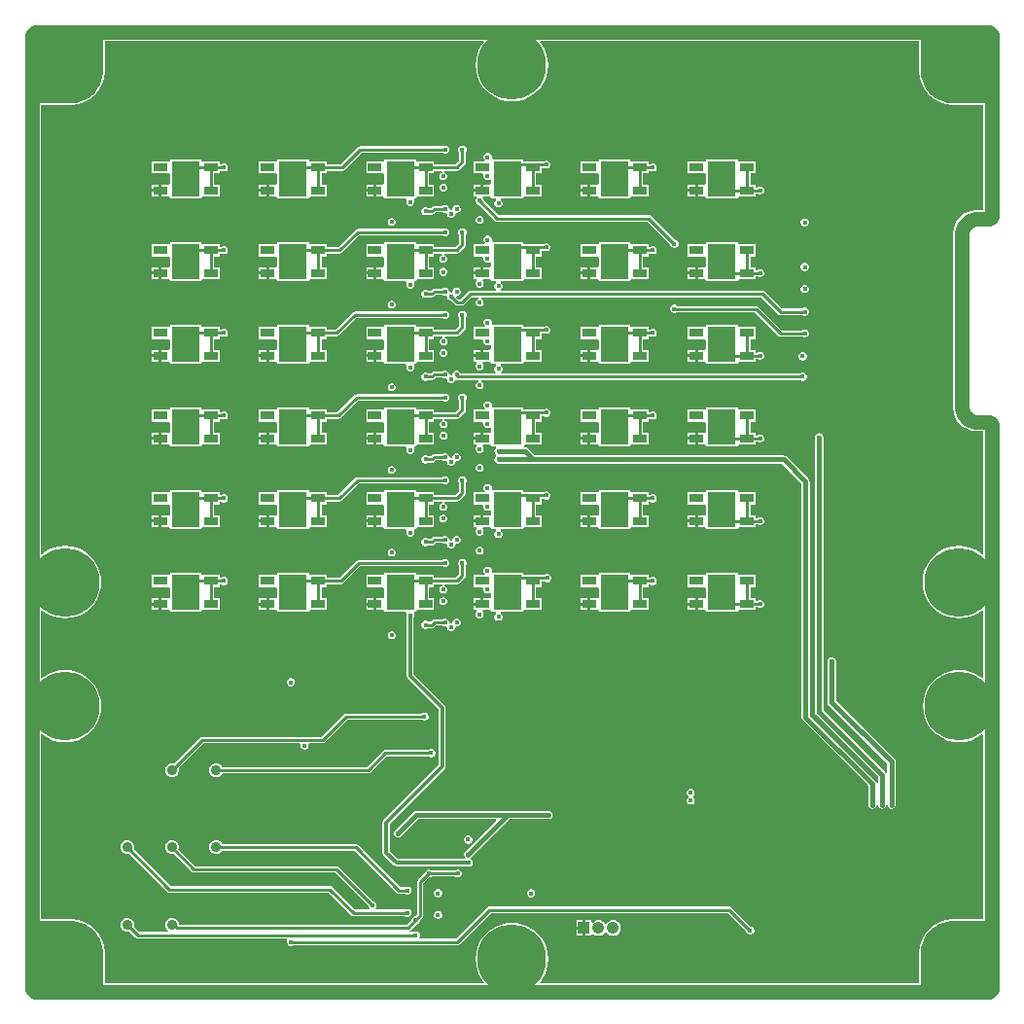
<source format=gbr>
G04*
G04 #@! TF.GenerationSoftware,Altium Limited,Altium Designer,24.1.2 (44)*
G04*
G04 Layer_Physical_Order=4*
G04 Layer_Color=16711680*
%FSLAX44Y44*%
%MOMM*%
G71*
G04*
G04 #@! TF.SameCoordinates,3BC2EB0B-6767-42E0-924D-B7E7D9DA3A94*
G04*
G04*
G04 #@! TF.FilePolarity,Positive*
G04*
G01*
G75*
%ADD19C,0.2540*%
%ADD40C,1.2700*%
%ADD66C,0.4000*%
%ADD67C,0.8000*%
%ADD68C,6.0000*%
%ADD69R,1.0500X1.0500*%
%ADD70C,1.0500*%
%ADD71C,0.4000*%
%ADD72C,0.9000*%
%ADD73C,0.3000*%
%ADD74R,1.1938X0.7620*%
%ADD75R,2.4892X3.0988*%
G36*
X779376Y809293D02*
X779376Y807438D01*
X779419Y807335D01*
X779390Y807226D01*
X779874Y803549D01*
X779930Y803452D01*
X779916Y803341D01*
X780876Y799759D01*
X780944Y799669D01*
Y799557D01*
X782363Y796131D01*
X782443Y796052D01*
X782457Y795940D01*
X784312Y792729D01*
X784401Y792660D01*
X784430Y792552D01*
X786687Y789610D01*
X786785Y789554D01*
X786827Y789450D01*
X789450Y786827D01*
X789554Y786785D01*
X789610Y786687D01*
X792552Y784430D01*
X792660Y784400D01*
X792729Y784312D01*
X795940Y782457D01*
X796052Y782443D01*
X796131Y782363D01*
X799557Y780944D01*
X799669D01*
X799759Y780876D01*
X803341Y779916D01*
X803452Y779930D01*
X803549Y779874D01*
X807226Y779390D01*
X807335Y779419D01*
X807438Y779376D01*
X809293Y779376D01*
X809293Y779376D01*
X835232D01*
Y687825D01*
X828860D01*
X828860Y687853D01*
X824998Y687472D01*
X821285Y686346D01*
X817862Y684517D01*
X814863Y682055D01*
X812401Y679055D01*
X810572Y675633D01*
X809445Y671919D01*
X809065Y668057D01*
X809092D01*
Y515497D01*
X809065D01*
X809445Y511635D01*
X810572Y507922D01*
X812401Y504499D01*
X814863Y501500D01*
X817862Y499038D01*
X821285Y497209D01*
X824998Y496082D01*
X828860Y495702D01*
X828860Y495729D01*
X835232D01*
Y388808D01*
X834079Y388276D01*
X832572Y389563D01*
X828345Y392154D01*
X823764Y394051D01*
X818943Y395208D01*
X814000Y395597D01*
X809057Y395208D01*
X804236Y394051D01*
X799655Y392154D01*
X795427Y389563D01*
X791657Y386343D01*
X788437Y382573D01*
X785846Y378345D01*
X783949Y373764D01*
X782792Y368943D01*
X782403Y364000D01*
X782792Y359057D01*
X783949Y354236D01*
X785846Y349655D01*
X788437Y345428D01*
X791657Y341657D01*
X795427Y338437D01*
X799655Y335846D01*
X804236Y333949D01*
X809057Y332792D01*
X814000Y332403D01*
X818943Y332792D01*
X823764Y333949D01*
X828345Y335846D01*
X832572Y338437D01*
X834079Y339724D01*
X835232Y339192D01*
Y281215D01*
X834079Y280683D01*
X833049Y281563D01*
X828822Y284153D01*
X824241Y286051D01*
X819420Y287208D01*
X814477Y287597D01*
X809534Y287208D01*
X804713Y286051D01*
X800132Y284153D01*
X795904Y281563D01*
X792134Y278343D01*
X788914Y274573D01*
X786323Y270345D01*
X784426Y265764D01*
X783269Y260943D01*
X782879Y256000D01*
X783269Y251057D01*
X784426Y246236D01*
X786323Y241655D01*
X788914Y237428D01*
X792134Y233657D01*
X795904Y230437D01*
X800132Y227847D01*
X804713Y225949D01*
X809534Y224792D01*
X814477Y224403D01*
X819420Y224792D01*
X824241Y225949D01*
X828822Y227847D01*
X833049Y230437D01*
X834079Y231317D01*
X835232Y230785D01*
Y70624D01*
X809293Y70624D01*
X807438Y70624D01*
X807335Y70581D01*
X807226Y70610D01*
X803549Y70126D01*
X803452Y70069D01*
X803341Y70084D01*
X799759Y69124D01*
X799669Y69056D01*
X799557D01*
X796131Y67637D01*
X796052Y67557D01*
X795940Y67543D01*
X792729Y65688D01*
X792660Y65599D01*
X792552Y65570D01*
X789610Y63313D01*
X789554Y63215D01*
X789450Y63173D01*
X786827Y60550D01*
X786785Y60447D01*
X786687Y60390D01*
X784430Y57448D01*
X784400Y57340D01*
X784312Y57271D01*
X782457Y54060D01*
X782443Y53948D01*
X782363Y53869D01*
X780944Y50443D01*
Y50331D01*
X780876Y50241D01*
X779916Y46659D01*
X779930Y46548D01*
X779874Y46451D01*
X779390Y42774D01*
X779419Y42665D01*
X779376Y42562D01*
X779376Y40707D01*
X779376Y40707D01*
Y14768D01*
X449808D01*
X449276Y15921D01*
X450563Y17428D01*
X453153Y21655D01*
X455051Y26236D01*
X456208Y31057D01*
X456597Y36000D01*
X456208Y40943D01*
X455051Y45764D01*
X453153Y50345D01*
X450563Y54573D01*
X447343Y58343D01*
X443573Y61563D01*
X439345Y64153D01*
X434764Y66051D01*
X429943Y67208D01*
X425000Y67597D01*
X420057Y67208D01*
X415236Y66051D01*
X410655Y64153D01*
X406427Y61563D01*
X402657Y58343D01*
X399437Y54573D01*
X396847Y50345D01*
X394949Y45764D01*
X393792Y40943D01*
X393403Y36000D01*
X393792Y31057D01*
X394949Y26236D01*
X396847Y21655D01*
X399437Y17428D01*
X400724Y15921D01*
X400192Y14768D01*
X70624D01*
Y40707D01*
X70624Y40708D01*
X70624Y42562D01*
X70581Y42665D01*
X70610Y42774D01*
X70126Y46451D01*
X70069Y46548D01*
X70084Y46659D01*
X69124Y50241D01*
X69056Y50331D01*
Y50443D01*
X67637Y53869D01*
X67557Y53948D01*
X67543Y54060D01*
X65688Y57271D01*
X65599Y57340D01*
X65570Y57448D01*
X63313Y60390D01*
X63215Y60447D01*
X63173Y60550D01*
X60550Y63173D01*
X60447Y63215D01*
X60390Y63313D01*
X57448Y65570D01*
X57340Y65599D01*
X57271Y65688D01*
X54060Y67543D01*
X53948Y67557D01*
X53869Y67637D01*
X50443Y69056D01*
X50331D01*
X50241Y69124D01*
X46659Y70084D01*
X46548Y70069D01*
X46451Y70126D01*
X42774Y70610D01*
X42665Y70581D01*
X42562Y70624D01*
X40707Y70624D01*
X14768Y70624D01*
Y231192D01*
X15921Y231724D01*
X17428Y230437D01*
X21655Y227847D01*
X26236Y225949D01*
X31057Y224792D01*
X36000Y224403D01*
X40943Y224792D01*
X45764Y225949D01*
X50345Y227847D01*
X54573Y230437D01*
X58343Y233657D01*
X61563Y237428D01*
X64153Y241655D01*
X66051Y246236D01*
X67208Y251057D01*
X67597Y256000D01*
X67208Y260943D01*
X66051Y265764D01*
X64153Y270345D01*
X61563Y274573D01*
X58343Y278343D01*
X54573Y281563D01*
X50345Y284153D01*
X45764Y286051D01*
X40943Y287208D01*
X36000Y287597D01*
X31057Y287208D01*
X26236Y286051D01*
X21655Y284153D01*
X17428Y281563D01*
X15921Y280276D01*
X14768Y280808D01*
Y339192D01*
X15921Y339724D01*
X17428Y338437D01*
X21655Y335846D01*
X26236Y333949D01*
X31057Y332792D01*
X36000Y332403D01*
X40943Y332792D01*
X45764Y333949D01*
X50345Y335846D01*
X54573Y338437D01*
X58343Y341657D01*
X61563Y345428D01*
X64153Y349655D01*
X66051Y354236D01*
X67208Y359057D01*
X67597Y364000D01*
X67208Y368943D01*
X66051Y373764D01*
X64153Y378345D01*
X61563Y382573D01*
X58343Y386343D01*
X54573Y389563D01*
X50345Y392154D01*
X45764Y394051D01*
X40943Y395208D01*
X36000Y395597D01*
X31057Y395208D01*
X26236Y394051D01*
X21655Y392154D01*
X17428Y389563D01*
X15921Y388276D01*
X14768Y388808D01*
Y779376D01*
X40707Y779376D01*
X42562Y779376D01*
X42665Y779419D01*
X42774Y779390D01*
X46451Y779874D01*
X46548Y779930D01*
X46659Y779916D01*
X50241Y780876D01*
X50331Y780944D01*
X50443D01*
X53869Y782363D01*
X53948Y782443D01*
X54060Y782457D01*
X57271Y784312D01*
X57340Y784401D01*
X57448Y784430D01*
X60390Y786687D01*
X60447Y786785D01*
X60550Y786827D01*
X63173Y789450D01*
X63215Y789554D01*
X63313Y789610D01*
X65570Y792552D01*
X65599Y792660D01*
X65688Y792729D01*
X67543Y795940D01*
X67557Y796052D01*
X67637Y796131D01*
X69056Y799557D01*
Y799669D01*
X69124Y799759D01*
X70084Y803341D01*
X70069Y803452D01*
X70126Y803549D01*
X70610Y807226D01*
X70581Y807335D01*
X70624Y807438D01*
X70624Y809292D01*
X70624Y809293D01*
Y835232D01*
X400192D01*
X400724Y834079D01*
X399437Y832572D01*
X396847Y828345D01*
X394949Y823764D01*
X393792Y818943D01*
X393403Y814000D01*
X393792Y809057D01*
X394949Y804236D01*
X396847Y799655D01*
X399437Y795427D01*
X402657Y791657D01*
X406427Y788437D01*
X410655Y785846D01*
X415236Y783949D01*
X420057Y782792D01*
X425000Y782403D01*
X429943Y782792D01*
X434764Y783949D01*
X439345Y785846D01*
X443573Y788437D01*
X447343Y791657D01*
X450563Y795427D01*
X453153Y799655D01*
X455051Y804236D01*
X456208Y809057D01*
X456597Y814000D01*
X456208Y818943D01*
X455051Y823764D01*
X453153Y828345D01*
X450563Y832572D01*
X449276Y834079D01*
X449808Y835232D01*
X779376D01*
X779376Y809293D01*
D02*
G37*
G36*
X843526Y781000D02*
X809293D01*
Y781000D01*
X807438Y781000D01*
X803761Y781484D01*
X800179Y782444D01*
X796752Y783863D01*
X793540Y785718D01*
X790598Y787975D01*
X787975Y790598D01*
X785718Y793540D01*
X783863Y796752D01*
X782444Y800179D01*
X781484Y803761D01*
X781000Y807438D01*
X781000Y809293D01*
X781000Y843526D01*
X843526D01*
Y781000D01*
D02*
G37*
G36*
X69000Y809293D02*
X69000D01*
X69000Y807438D01*
X68516Y803761D01*
X67556Y800179D01*
X66137Y796752D01*
X64282Y793540D01*
X62024Y790598D01*
X59402Y787975D01*
X56460Y785718D01*
X53248Y783863D01*
X49821Y782444D01*
X46239Y781484D01*
X42562Y781000D01*
X40707Y781000D01*
X6474Y781000D01*
Y843526D01*
X69000D01*
Y809293D01*
D02*
G37*
G36*
X843526Y6474D02*
X781000D01*
Y40707D01*
X781000Y40707D01*
X781000Y40707D01*
X781000Y42562D01*
X781484Y46239D01*
X782444Y49821D01*
X783863Y53248D01*
X785718Y56460D01*
X787975Y59402D01*
X790598Y62024D01*
X793540Y64282D01*
X796752Y66137D01*
X800179Y67556D01*
X803761Y68516D01*
X807438Y69000D01*
X809293Y69000D01*
X843526Y69000D01*
Y6474D01*
D02*
G37*
G36*
X40707Y69000D02*
X42562Y69000D01*
X46239Y68516D01*
X49821Y67556D01*
X53248Y66137D01*
X56460Y64282D01*
X59402Y62024D01*
X62024Y59402D01*
X64282Y56460D01*
X66137Y53248D01*
X67556Y49821D01*
X68516Y46239D01*
X69000Y42562D01*
X69000Y40707D01*
X69000D01*
X69000Y40707D01*
Y6474D01*
X6474D01*
Y69000D01*
X40707Y69000D01*
D02*
G37*
%LPC*%
G36*
X367546Y744184D02*
X366154D01*
X364867Y743651D01*
X364725Y743508D01*
X292940D01*
X292940Y743508D01*
X291859Y743293D01*
X290943Y742681D01*
X290943Y742681D01*
X276086Y727824D01*
X263907D01*
Y730310D01*
X248969D01*
X248286Y731297D01*
Y731994D01*
X220394D01*
Y731297D01*
X219711Y730310D01*
X219124Y730310D01*
X204773D01*
Y719690D01*
X219124D01*
X219711Y719690D01*
X220394Y718703D01*
Y711297D01*
X219711Y710310D01*
X219124Y710310D01*
X213512D01*
Y708622D01*
X210972D01*
Y710310D01*
X204773D01*
Y706270D01*
X206461D01*
Y703730D01*
X204773D01*
Y699690D01*
X210972D01*
Y701377D01*
X213512D01*
Y699690D01*
X219124D01*
X219711Y699690D01*
X220394Y698703D01*
Y698006D01*
X248286D01*
Y698703D01*
X248969Y699690D01*
X263907D01*
Y710310D01*
X259262D01*
Y719690D01*
X263907D01*
Y722176D01*
X277256D01*
X277256Y722176D01*
X278337Y722391D01*
X279253Y723003D01*
X294110Y737860D01*
X364725D01*
X364867Y737717D01*
X366154Y737184D01*
X367546D01*
X368833Y737717D01*
X369817Y738701D01*
X370350Y739988D01*
Y741380D01*
X369817Y742667D01*
X368833Y743651D01*
X367546Y744184D01*
D02*
G37*
G36*
X382546D02*
X381154D01*
X379868Y743651D01*
X378883Y742667D01*
X378350Y741380D01*
Y739988D01*
X378883Y738701D01*
X379026Y738559D01*
Y731117D01*
X375733Y727824D01*
X357247D01*
Y730310D01*
X342309D01*
X341626Y731297D01*
Y731994D01*
X313734D01*
Y731297D01*
X313051Y730310D01*
X312464Y730310D01*
X298113D01*
Y719690D01*
X312464D01*
X313051Y719690D01*
X313734Y718703D01*
Y711297D01*
X313051Y710310D01*
X312464Y710310D01*
X306852D01*
Y708622D01*
X304312D01*
Y710310D01*
X298113D01*
Y706270D01*
X299801D01*
Y703730D01*
X298113D01*
Y699690D01*
X304312D01*
Y701377D01*
X306852D01*
Y699690D01*
X312464D01*
X313051Y699690D01*
X313734Y698703D01*
Y698006D01*
X332720D01*
X333028Y697597D01*
X333390Y696736D01*
X332960Y695696D01*
Y694304D01*
X333493Y693017D01*
X334477Y692033D01*
X335764Y691500D01*
X337156D01*
X338442Y692033D01*
X339427Y693017D01*
X339960Y694304D01*
Y695696D01*
X339529Y696736D01*
X339891Y697597D01*
X340200Y698006D01*
X341626D01*
Y698703D01*
X342309Y699690D01*
X357247D01*
Y710310D01*
X352602D01*
Y719690D01*
X357247D01*
Y722176D01*
X363919D01*
X364171Y720906D01*
X363233Y720517D01*
X362249Y719533D01*
X361716Y718246D01*
Y716854D01*
X362249Y715567D01*
X363233Y714583D01*
X364520Y714050D01*
X365912D01*
X367199Y714583D01*
X368183Y715567D01*
X368716Y716854D01*
Y718246D01*
X368183Y719533D01*
X367199Y720517D01*
X366261Y720906D01*
X366513Y722176D01*
X376903D01*
X376903Y722176D01*
X377984Y722391D01*
X378900Y723003D01*
X383847Y727950D01*
X384459Y728866D01*
X384674Y729947D01*
X384674Y729947D01*
Y738559D01*
X384817Y738701D01*
X385350Y739988D01*
Y741380D01*
X384817Y742667D01*
X383833Y743651D01*
X382546Y744184D01*
D02*
G37*
G36*
X404556Y737524D02*
X403164D01*
X401877Y736991D01*
X400893Y736007D01*
X400360Y734720D01*
Y733328D01*
X400893Y732041D01*
X401354Y731580D01*
X400828Y730310D01*
X391453D01*
Y719690D01*
X399583D01*
X400432Y718420D01*
X400360Y718246D01*
Y716854D01*
X400893Y715567D01*
X401877Y714583D01*
X403164Y714050D01*
X404556D01*
X405843Y714583D01*
X407074Y714018D01*
Y711297D01*
X406391Y710310D01*
X405804Y710310D01*
X400192D01*
Y708622D01*
X397652D01*
Y710310D01*
X391453D01*
Y706270D01*
X393141D01*
Y703730D01*
X391453D01*
Y699690D01*
X393884D01*
X394410Y698420D01*
X393949Y697959D01*
X393416Y696672D01*
Y695280D01*
X393949Y693993D01*
X394933Y693009D01*
X396220Y692476D01*
X396422D01*
X410175Y678723D01*
X410175Y678723D01*
X411091Y678111D01*
X412172Y677896D01*
X543024D01*
X562920Y658000D01*
Y657798D01*
X563453Y656511D01*
X564437Y655527D01*
X565724Y654994D01*
X567116D01*
X568403Y655527D01*
X569387Y656511D01*
X569920Y657798D01*
Y659190D01*
X569387Y660477D01*
X568403Y661461D01*
X567116Y661994D01*
X566914D01*
X546191Y682717D01*
X545275Y683329D01*
X544194Y683544D01*
X544194Y683544D01*
X413342D01*
X400416Y696470D01*
Y696672D01*
X399883Y697959D01*
X399422Y698420D01*
X399948Y699690D01*
X405804D01*
X406391Y699690D01*
X407074Y698703D01*
Y698006D01*
X410963D01*
X411239Y696839D01*
X411241Y696736D01*
X410275Y695770D01*
X409742Y694483D01*
Y693091D01*
X410275Y691804D01*
X411259Y690820D01*
X412545Y690287D01*
X413938D01*
X415224Y690820D01*
X416209Y691804D01*
X416742Y693091D01*
Y694483D01*
X416209Y695770D01*
X415242Y696736D01*
X415244Y696839D01*
X415521Y698006D01*
X434966D01*
Y698703D01*
X435649Y699690D01*
X450587D01*
Y710310D01*
X445942D01*
Y719690D01*
X450587D01*
Y724676D01*
X452874D01*
X453016Y724533D01*
X454303Y724000D01*
X455695D01*
X456982Y724533D01*
X457966Y725517D01*
X458499Y726804D01*
Y728196D01*
X457966Y729483D01*
X456982Y730467D01*
X455695Y731000D01*
X454303D01*
X453016Y730467D01*
X452874Y730324D01*
X445618D01*
X445618Y730324D01*
X445618Y730324D01*
X434966D01*
Y731994D01*
X408182D01*
X407333Y733264D01*
X407360Y733328D01*
Y734720D01*
X406827Y736007D01*
X405843Y736991D01*
X404556Y737524D01*
D02*
G37*
G36*
X528306Y731994D02*
X500414D01*
Y731297D01*
X499731Y730310D01*
X499144Y730310D01*
X484793D01*
Y719690D01*
X499144D01*
X499731Y719690D01*
X500414Y718703D01*
Y711297D01*
X499731Y710310D01*
X499144Y710310D01*
X493532D01*
Y708622D01*
X490992D01*
Y710310D01*
X484793D01*
Y706270D01*
X486481D01*
Y703730D01*
X484793D01*
Y699690D01*
X490992D01*
Y701377D01*
X493532D01*
Y699690D01*
X499144D01*
X499731Y699690D01*
X500414Y698703D01*
Y698006D01*
X528306D01*
Y698703D01*
X528989Y699690D01*
X543927D01*
Y710310D01*
X539282D01*
Y719690D01*
X543927D01*
Y722176D01*
X545499D01*
X545641Y722033D01*
X546928Y721500D01*
X548320D01*
X549607Y722033D01*
X550591Y723017D01*
X551124Y724304D01*
Y725696D01*
X550591Y726982D01*
X549607Y727967D01*
X548320Y728500D01*
X546928D01*
X545641Y727967D01*
X545499Y727824D01*
X543927D01*
Y730310D01*
X528989D01*
X528306Y731297D01*
Y731994D01*
D02*
G37*
G36*
X154946D02*
X127054D01*
Y731297D01*
X126371Y730310D01*
X125784Y730310D01*
X111433D01*
Y719690D01*
X125784D01*
X126371Y719690D01*
X127054Y718703D01*
Y711297D01*
X126371Y710310D01*
X125784Y710310D01*
X120172D01*
Y708622D01*
X117632D01*
Y710310D01*
X111433D01*
Y706270D01*
X113121D01*
Y703730D01*
X111433D01*
Y699690D01*
X117632D01*
Y701377D01*
X120172D01*
Y699690D01*
X125784D01*
X126371Y699690D01*
X127054Y698703D01*
Y698006D01*
X154946D01*
Y698703D01*
X155629Y699690D01*
X170567D01*
Y710310D01*
X165922D01*
Y719690D01*
X170567D01*
Y722176D01*
X172139D01*
X172281Y722033D01*
X173568Y721500D01*
X174960D01*
X176247Y722033D01*
X177231Y723017D01*
X177764Y724304D01*
Y725696D01*
X177231Y726982D01*
X176247Y727967D01*
X174960Y728500D01*
X173568D01*
X172281Y727967D01*
X172139Y727824D01*
X170567D01*
Y730310D01*
X155629D01*
X154946Y731297D01*
Y731994D01*
D02*
G37*
G36*
X621646D02*
X593754D01*
Y731297D01*
X593071Y730310D01*
X592484Y730310D01*
X578133D01*
Y719690D01*
X592484D01*
X593071Y719690D01*
X593754Y718703D01*
Y711297D01*
X593071Y710310D01*
X592484Y710310D01*
X586872D01*
Y708622D01*
X584332D01*
Y710310D01*
X578133D01*
Y706270D01*
X579821D01*
Y703730D01*
X578133D01*
Y699690D01*
X584332D01*
Y701377D01*
X586872D01*
Y699690D01*
X592484D01*
X593071Y699690D01*
X593754Y698703D01*
Y698006D01*
X621646D01*
Y698703D01*
X622329Y699690D01*
X637267D01*
Y702176D01*
X638839D01*
X638981Y702033D01*
X640268Y701500D01*
X641660D01*
X642947Y702033D01*
X643931Y703017D01*
X644464Y704304D01*
Y705696D01*
X643931Y706982D01*
X642947Y707967D01*
X641660Y708500D01*
X640268D01*
X638981Y707967D01*
X638839Y707824D01*
X637267D01*
Y710310D01*
X632622D01*
Y719690D01*
X637267D01*
Y730310D01*
X622329D01*
X621646Y731297D01*
Y731994D01*
D02*
G37*
G36*
X365912Y711000D02*
X364520D01*
X363233Y710467D01*
X362249Y709483D01*
X361716Y708196D01*
Y706804D01*
X362249Y705517D01*
X363233Y704533D01*
X364520Y704000D01*
X365912D01*
X367199Y704533D01*
X368183Y705517D01*
X368716Y706804D01*
Y708196D01*
X368183Y709483D01*
X367199Y710467D01*
X365912Y711000D01*
D02*
G37*
G36*
X377546Y692310D02*
X376154D01*
X374867Y691777D01*
X373883Y690793D01*
X373350Y689506D01*
Y689352D01*
X372546Y688310D01*
X371154D01*
X370350Y689352D01*
Y689506D01*
X369817Y690793D01*
X368833Y691777D01*
X367546Y692310D01*
X366154D01*
X364867Y691777D01*
X364726Y691636D01*
X357337D01*
X357337Y691636D01*
X356256Y691421D01*
X355340Y690809D01*
X354171Y689640D01*
X351902D01*
X351761Y689781D01*
X350474Y690314D01*
X349082D01*
X347795Y689781D01*
X346811Y688797D01*
X346278Y687511D01*
Y686118D01*
X346811Y684832D01*
X347795Y683847D01*
X349082Y683314D01*
X350474D01*
X351761Y683847D01*
X351905Y683992D01*
X355341D01*
X355341Y683992D01*
X356422Y684207D01*
X357338Y684819D01*
X358507Y685987D01*
X364723D01*
X364867Y685843D01*
X366154Y685310D01*
X367546D01*
X368350Y684268D01*
Y684114D01*
X368883Y682827D01*
X369868Y681843D01*
X371154Y681310D01*
X372546D01*
X373833Y681843D01*
X374817Y682827D01*
X375350Y684114D01*
Y684268D01*
X376154Y685310D01*
X377546D01*
X378833Y685843D01*
X379817Y686827D01*
X380350Y688114D01*
Y689506D01*
X379817Y690793D01*
X378833Y691777D01*
X377546Y692310D01*
D02*
G37*
G36*
X397612Y682950D02*
X396220D01*
X394933Y682417D01*
X393949Y681433D01*
X393416Y680146D01*
Y678754D01*
X393949Y677467D01*
X394933Y676483D01*
X396220Y675950D01*
X397612D01*
X398899Y676483D01*
X399883Y677467D01*
X400416Y678754D01*
Y680146D01*
X399883Y681433D01*
X398899Y682417D01*
X397612Y682950D01*
D02*
G37*
G36*
X321155Y681252D02*
X319762D01*
X318476Y680719D01*
X317491Y679734D01*
X316959Y678448D01*
Y677055D01*
X317491Y675769D01*
X318476Y674784D01*
X319762Y674252D01*
X321155D01*
X322441Y674784D01*
X323426Y675769D01*
X323959Y677055D01*
Y678448D01*
X323426Y679734D01*
X322441Y680719D01*
X321155Y681252D01*
D02*
G37*
G36*
X680680Y680711D02*
X679288D01*
X678001Y680179D01*
X677017Y679194D01*
X676484Y677908D01*
Y676515D01*
X677017Y675229D01*
X678001Y674244D01*
X679288Y673711D01*
X680680D01*
X681967Y674244D01*
X682951Y675229D01*
X683484Y676515D01*
Y677908D01*
X682951Y679194D01*
X681967Y680179D01*
X680680Y680711D01*
D02*
G37*
G36*
X367546Y672184D02*
X366154D01*
X364867Y671651D01*
X364725Y671508D01*
X290739D01*
X290739Y671508D01*
X289658Y671293D01*
X288742Y670681D01*
X288742Y670681D01*
X273885Y655824D01*
X263907D01*
Y658310D01*
X248969D01*
X248286Y659297D01*
Y659994D01*
X220394D01*
Y659297D01*
X219711Y658310D01*
X219124Y658310D01*
X204773D01*
Y647690D01*
X219124D01*
X219711Y647690D01*
X220394Y646703D01*
Y639297D01*
X219711Y638310D01*
X219124Y638310D01*
X213512D01*
Y636622D01*
X210972D01*
Y638310D01*
X204773D01*
Y634270D01*
X206461D01*
Y631730D01*
X204773D01*
Y627690D01*
X210972D01*
Y629378D01*
X213512D01*
Y627690D01*
X219124D01*
X219711Y627690D01*
X220394Y626703D01*
Y626006D01*
X248286D01*
Y626703D01*
X248969Y627690D01*
X263907D01*
Y638310D01*
X259262D01*
Y647690D01*
X263907D01*
Y650176D01*
X275055D01*
X275055Y650176D01*
X276136Y650391D01*
X277052Y651003D01*
X291909Y665860D01*
X364725D01*
X364867Y665717D01*
X366154Y665184D01*
X367546D01*
X368833Y665717D01*
X369817Y666701D01*
X370350Y667988D01*
Y669380D01*
X369817Y670667D01*
X368833Y671651D01*
X367546Y672184D01*
D02*
G37*
G36*
X382546D02*
X381154D01*
X379868Y671651D01*
X378883Y670667D01*
X378350Y669380D01*
Y667988D01*
X378883Y666701D01*
X379026Y666559D01*
Y659117D01*
X375733Y655824D01*
X357247D01*
Y658310D01*
X342309D01*
X341626Y659297D01*
Y659994D01*
X313734D01*
Y659297D01*
X313051Y658310D01*
X312464Y658310D01*
X298113D01*
Y647690D01*
X312464D01*
X313051Y647690D01*
X313734Y646703D01*
Y639297D01*
X313051Y638310D01*
X312464Y638310D01*
X306852D01*
Y636622D01*
X304312D01*
Y638310D01*
X298113D01*
Y634270D01*
X299801D01*
Y631730D01*
X298113D01*
Y627690D01*
X304312D01*
Y629378D01*
X306852D01*
Y627690D01*
X312464D01*
X313051Y627690D01*
X313734Y626703D01*
Y626006D01*
X332720D01*
X333028Y625597D01*
X333390Y624736D01*
X332960Y623696D01*
Y622304D01*
X333493Y621017D01*
X334477Y620033D01*
X335764Y619500D01*
X337156D01*
X338442Y620033D01*
X339427Y621017D01*
X339960Y622304D01*
Y623696D01*
X339529Y624736D01*
X339891Y625597D01*
X340200Y626006D01*
X341626D01*
Y626703D01*
X342309Y627690D01*
X357247D01*
Y638310D01*
X352602D01*
Y647690D01*
X357247D01*
Y650176D01*
X363919D01*
X364171Y648906D01*
X363233Y648517D01*
X362249Y647533D01*
X361716Y646246D01*
Y644854D01*
X362249Y643567D01*
X363233Y642583D01*
X364520Y642050D01*
X365912D01*
X367199Y642583D01*
X368183Y643567D01*
X368716Y644854D01*
Y646246D01*
X368183Y647533D01*
X367199Y648517D01*
X366261Y648906D01*
X366513Y650176D01*
X376903D01*
X376903Y650176D01*
X377984Y650391D01*
X378900Y651003D01*
X383847Y655950D01*
X384459Y656867D01*
X384674Y657947D01*
X384674Y657947D01*
Y666559D01*
X384817Y666701D01*
X385350Y667988D01*
Y669380D01*
X384817Y670667D01*
X383833Y671651D01*
X382546Y672184D01*
D02*
G37*
G36*
X404556Y665524D02*
X403164D01*
X401877Y664991D01*
X400893Y664007D01*
X400360Y662720D01*
Y661328D01*
X400893Y660041D01*
X401354Y659580D01*
X400828Y658310D01*
X391453D01*
Y647690D01*
X399583D01*
X400432Y646420D01*
X400360Y646246D01*
Y644854D01*
X400893Y643567D01*
X401877Y642583D01*
X403164Y642050D01*
X404556D01*
X405843Y642583D01*
X407074Y642018D01*
Y639297D01*
X406391Y638310D01*
X405804Y638310D01*
X400192D01*
Y636622D01*
X397652D01*
Y638310D01*
X391453D01*
Y634270D01*
X393141D01*
Y631730D01*
X391453D01*
Y627690D01*
X393884D01*
X394410Y626420D01*
X393949Y625959D01*
X393416Y624672D01*
Y623280D01*
X393949Y621993D01*
X394933Y621009D01*
X396220Y620476D01*
X397612D01*
X398899Y621009D01*
X399883Y621993D01*
X400416Y623280D01*
Y624672D01*
X399883Y625959D01*
X399422Y626420D01*
X399948Y627690D01*
X405804D01*
X406391Y627690D01*
X407074Y626703D01*
Y626006D01*
X410963D01*
X411239Y624840D01*
X411241Y624736D01*
X410275Y623769D01*
X409742Y622483D01*
Y621091D01*
X410275Y619804D01*
X411169Y618910D01*
X411126Y618486D01*
X410788Y617640D01*
X388821D01*
X388821Y617640D01*
X387740Y617425D01*
X386824Y616813D01*
X380285Y610274D01*
X378380D01*
X376614Y612040D01*
X377140Y613310D01*
X377546D01*
X378833Y613843D01*
X379817Y614827D01*
X380350Y616114D01*
Y617506D01*
X379817Y618793D01*
X378833Y619777D01*
X377546Y620310D01*
X376154D01*
X374868Y619777D01*
X373883Y618793D01*
X373350Y617506D01*
Y617352D01*
X372546Y616310D01*
X371154D01*
X370350Y617352D01*
Y617506D01*
X369817Y618793D01*
X368833Y619777D01*
X367546Y620310D01*
X366154D01*
X364868Y619777D01*
X364726Y619636D01*
X357337D01*
X357337Y619636D01*
X356256Y619421D01*
X355340Y618809D01*
X354171Y617640D01*
X351902D01*
X351761Y617782D01*
X350474Y618314D01*
X349082D01*
X347795Y617782D01*
X346811Y616797D01*
X346278Y615511D01*
Y614118D01*
X346811Y612832D01*
X347795Y611847D01*
X349082Y611314D01*
X350474D01*
X351761Y611847D01*
X351905Y611992D01*
X355341D01*
X355341Y611992D01*
X356422Y612207D01*
X357338Y612819D01*
X358507Y613987D01*
X364723D01*
X364868Y613843D01*
X366154Y613310D01*
X367546D01*
X368350Y612268D01*
Y612114D01*
X368883Y610827D01*
X369868Y609843D01*
X371154Y609310D01*
X371356D01*
X375213Y605453D01*
X376129Y604841D01*
X377210Y604626D01*
X377210Y604626D01*
X381455D01*
X381455Y604626D01*
X382536Y604841D01*
X383452Y605453D01*
X389991Y611992D01*
X395416D01*
X395669Y610722D01*
X394933Y610417D01*
X393949Y609433D01*
X393416Y608146D01*
Y606754D01*
X393949Y605467D01*
X394933Y604483D01*
X396220Y603950D01*
X397612D01*
X398899Y604483D01*
X399883Y605467D01*
X400416Y606754D01*
Y608146D01*
X399883Y609433D01*
X398899Y610417D01*
X398163Y610722D01*
X398416Y611992D01*
X642262D01*
X656823Y597431D01*
X656823Y597431D01*
X657739Y596819D01*
X658820Y596604D01*
X677859D01*
X678001Y596461D01*
X679288Y595928D01*
X680680D01*
X681967Y596461D01*
X682951Y597445D01*
X683484Y598732D01*
Y600124D01*
X682951Y601410D01*
X681967Y602395D01*
X680680Y602928D01*
X679288D01*
X678001Y602395D01*
X677859Y602252D01*
X659990D01*
X645429Y616813D01*
X644512Y617425D01*
X643432Y617640D01*
X643432Y617640D01*
X415695D01*
X415358Y618486D01*
X415315Y618910D01*
X416209Y619804D01*
X416742Y621091D01*
Y622483D01*
X416209Y623769D01*
X415242Y624736D01*
X415244Y624840D01*
X415521Y626006D01*
X434966D01*
Y626703D01*
X435649Y627690D01*
X450587D01*
Y638310D01*
X445942D01*
Y647690D01*
X450587D01*
Y652676D01*
X452874D01*
X453016Y652533D01*
X454303Y652000D01*
X455695D01*
X456982Y652533D01*
X457966Y653517D01*
X458499Y654804D01*
Y656196D01*
X457966Y657483D01*
X456982Y658467D01*
X455695Y659000D01*
X454303D01*
X453016Y658467D01*
X452874Y658324D01*
X434966D01*
Y659994D01*
X408182D01*
X407334Y661264D01*
X407360Y661328D01*
Y662720D01*
X406827Y664007D01*
X405843Y664991D01*
X404556Y665524D01*
D02*
G37*
G36*
X528306Y659994D02*
X500414D01*
Y659297D01*
X499731Y658310D01*
X499144Y658310D01*
X484793D01*
Y647690D01*
X499144D01*
X499731Y647690D01*
X500414Y646703D01*
Y639297D01*
X499731Y638310D01*
X499144Y638310D01*
X493532D01*
Y636622D01*
X490992D01*
Y638310D01*
X484793D01*
Y634270D01*
X486481D01*
Y631730D01*
X484793D01*
Y627690D01*
X490992D01*
Y629378D01*
X493532D01*
Y627690D01*
X499144D01*
X499731Y627690D01*
X500414Y626703D01*
Y626006D01*
X528306D01*
Y626703D01*
X528989Y627690D01*
X543927D01*
Y638310D01*
X539282D01*
Y647690D01*
X543927D01*
Y650176D01*
X545499D01*
X545641Y650033D01*
X546928Y649500D01*
X548320D01*
X549607Y650033D01*
X550591Y651017D01*
X551124Y652304D01*
Y653696D01*
X550591Y654983D01*
X549607Y655967D01*
X548320Y656500D01*
X546928D01*
X545641Y655967D01*
X545499Y655824D01*
X543927D01*
Y658310D01*
X528989D01*
X528306Y659297D01*
Y659994D01*
D02*
G37*
G36*
X154946D02*
X127054D01*
Y659297D01*
X126371Y658310D01*
X125784Y658310D01*
X111433D01*
Y647690D01*
X125784D01*
X126371Y647690D01*
X127054Y646703D01*
Y639297D01*
X126371Y638310D01*
X125784Y638310D01*
X120172D01*
Y636622D01*
X117632D01*
Y638310D01*
X111433D01*
Y634270D01*
X113121D01*
Y631730D01*
X111433D01*
Y627690D01*
X117632D01*
Y629378D01*
X120172D01*
Y627690D01*
X125784D01*
X126371Y627690D01*
X127054Y626703D01*
Y626006D01*
X154946D01*
Y626703D01*
X155629Y627690D01*
X170567D01*
Y638310D01*
X165922D01*
Y647690D01*
X170567D01*
Y650176D01*
X172139D01*
X172281Y650033D01*
X173568Y649500D01*
X174960D01*
X176247Y650033D01*
X177231Y651017D01*
X177764Y652304D01*
Y653696D01*
X177231Y654983D01*
X176247Y655967D01*
X174960Y656500D01*
X173568D01*
X172281Y655967D01*
X172139Y655824D01*
X170567D01*
Y658310D01*
X155629D01*
X154946Y659297D01*
Y659994D01*
D02*
G37*
G36*
X621646D02*
X593754D01*
Y659297D01*
X593071Y658310D01*
X592484Y658310D01*
X578133D01*
Y647690D01*
X592484D01*
X593071Y647690D01*
X593754Y646703D01*
Y639297D01*
X593071Y638310D01*
X592484Y638310D01*
X586872D01*
Y636622D01*
X584332D01*
Y638310D01*
X578133D01*
Y634270D01*
X579821D01*
Y631730D01*
X578133D01*
Y627690D01*
X584332D01*
Y629378D01*
X586872D01*
Y627690D01*
X592484D01*
X593071Y627690D01*
X593754Y626703D01*
Y626006D01*
X621646D01*
Y626703D01*
X622329Y627690D01*
X637267D01*
Y630176D01*
X638839D01*
X638981Y630033D01*
X640268Y629500D01*
X641660D01*
X642947Y630033D01*
X643931Y631017D01*
X644464Y632304D01*
Y633696D01*
X643931Y634983D01*
X642947Y635967D01*
X641660Y636500D01*
X640268D01*
X638981Y635967D01*
X638839Y635824D01*
X637267D01*
Y638310D01*
X632622D01*
Y647690D01*
X637267D01*
Y658310D01*
X622329D01*
X621646Y659297D01*
Y659994D01*
D02*
G37*
G36*
X680680Y641820D02*
X679288D01*
X678001Y641287D01*
X677017Y640302D01*
X676484Y639016D01*
Y637623D01*
X677017Y636337D01*
X678001Y635352D01*
X679288Y634820D01*
X680680D01*
X681967Y635352D01*
X682951Y636337D01*
X683484Y637623D01*
Y639016D01*
X682951Y640302D01*
X681967Y641287D01*
X680680Y641820D01*
D02*
G37*
G36*
X365912Y637627D02*
X364520D01*
X363233Y637094D01*
X362249Y636110D01*
X361716Y634823D01*
Y633431D01*
X362249Y632144D01*
X363233Y631160D01*
X364520Y630627D01*
X365912D01*
X367199Y631160D01*
X368183Y632144D01*
X368716Y633431D01*
Y634823D01*
X368183Y636110D01*
X367199Y637094D01*
X365912Y637627D01*
D02*
G37*
G36*
X680680Y622820D02*
X679288D01*
X678001Y622287D01*
X677017Y621302D01*
X676484Y620016D01*
Y618623D01*
X677017Y617337D01*
X678001Y616352D01*
X679288Y615820D01*
X680680D01*
X681967Y616352D01*
X682951Y617337D01*
X683484Y618623D01*
Y620016D01*
X682951Y621302D01*
X681967Y622287D01*
X680680Y622820D01*
D02*
G37*
G36*
X321154Y609250D02*
X319762D01*
X318475Y608717D01*
X317491Y607733D01*
X316958Y606446D01*
Y605054D01*
X317491Y603767D01*
X318475Y602783D01*
X319762Y602250D01*
X321154D01*
X322441Y602783D01*
X323425Y603767D01*
X323958Y605054D01*
Y606446D01*
X323425Y607733D01*
X322441Y608717D01*
X321154Y609250D01*
D02*
G37*
G36*
X367546Y600184D02*
X366154D01*
X364867Y599651D01*
X364725Y599508D01*
X288189D01*
X288189Y599508D01*
X287108Y599293D01*
X286192Y598681D01*
X286192Y598681D01*
X271335Y583824D01*
X263907D01*
Y586310D01*
X248969D01*
X248286Y587297D01*
Y587994D01*
X220394D01*
Y587297D01*
X219711Y586310D01*
X219124Y586310D01*
X204773D01*
Y575690D01*
X219124D01*
X219711Y575690D01*
X220394Y574703D01*
Y567297D01*
X219711Y566310D01*
X219124Y566310D01*
X213512D01*
Y564622D01*
X210972D01*
Y566310D01*
X204773D01*
Y562270D01*
X206461D01*
Y559730D01*
X204773D01*
Y555690D01*
X210972D01*
Y557378D01*
X213512D01*
Y555690D01*
X219124D01*
X219711Y555690D01*
X220394Y554703D01*
Y554006D01*
X248286D01*
Y554703D01*
X248969Y555690D01*
X263907D01*
Y566310D01*
X259262D01*
Y575690D01*
X263907D01*
Y578176D01*
X272504D01*
X272505Y578176D01*
X273585Y578391D01*
X274502Y579003D01*
X289359Y593860D01*
X364725D01*
X364867Y593717D01*
X366154Y593184D01*
X367546D01*
X368833Y593717D01*
X369817Y594701D01*
X370350Y595988D01*
Y597380D01*
X369817Y598667D01*
X368833Y599651D01*
X367546Y600184D01*
D02*
G37*
G36*
X382546D02*
X381154D01*
X379868Y599651D01*
X378883Y598667D01*
X378350Y597380D01*
Y595988D01*
X378883Y594701D01*
X379026Y594558D01*
Y587117D01*
X375733Y583824D01*
X357247D01*
Y586310D01*
X342309D01*
X341626Y587297D01*
Y587994D01*
X313734D01*
Y587297D01*
X313051Y586310D01*
X312464Y586310D01*
X298113D01*
Y575690D01*
X312464D01*
X313051Y575690D01*
X313734Y574703D01*
Y567297D01*
X313051Y566310D01*
X312464Y566310D01*
X306852D01*
Y564622D01*
X304312D01*
Y566310D01*
X298113D01*
Y562270D01*
X299801D01*
Y559730D01*
X298113D01*
Y555690D01*
X304312D01*
Y557378D01*
X306852D01*
Y555690D01*
X312464D01*
X313051Y555690D01*
X313734Y554703D01*
Y554006D01*
X332720D01*
X333028Y553597D01*
X333390Y552736D01*
X332960Y551696D01*
Y550304D01*
X333493Y549017D01*
X334477Y548033D01*
X335764Y547500D01*
X337156D01*
X338442Y548033D01*
X339427Y549017D01*
X339960Y550304D01*
Y551696D01*
X339529Y552736D01*
X339891Y553597D01*
X340200Y554006D01*
X341626D01*
Y554703D01*
X342309Y555690D01*
X357247D01*
Y566310D01*
X352602D01*
Y575690D01*
X357247D01*
Y578176D01*
X364180D01*
X364432Y576906D01*
X363494Y576517D01*
X362510Y575533D01*
X361977Y574246D01*
Y572854D01*
X362510Y571567D01*
X363494Y570583D01*
X364781Y570050D01*
X366173D01*
X367460Y570583D01*
X368444Y571567D01*
X368977Y572854D01*
Y574246D01*
X368444Y575533D01*
X367460Y576517D01*
X366522Y576906D01*
X366774Y578176D01*
X376903D01*
X376903Y578176D01*
X377984Y578391D01*
X378900Y579003D01*
X383847Y583950D01*
X384459Y584866D01*
X384674Y585947D01*
X384674Y585947D01*
Y594558D01*
X384817Y594701D01*
X385350Y595988D01*
Y597380D01*
X384817Y598667D01*
X383833Y599651D01*
X382546Y600184D01*
D02*
G37*
G36*
X404556Y593524D02*
X403164D01*
X401877Y592991D01*
X400893Y592007D01*
X400360Y590720D01*
Y589328D01*
X400893Y588041D01*
X401354Y587580D01*
X400828Y586310D01*
X391453D01*
Y575690D01*
X399583D01*
X400432Y574420D01*
X400360Y574246D01*
Y572854D01*
X400893Y571567D01*
X401877Y570583D01*
X403164Y570050D01*
X404556D01*
X405843Y570583D01*
X407074Y570018D01*
Y567297D01*
X406391Y566310D01*
X405804Y566310D01*
X400192D01*
Y564622D01*
X397652D01*
Y566310D01*
X391453D01*
Y562270D01*
X393141D01*
Y559730D01*
X391453D01*
Y555690D01*
X393884D01*
X394410Y554420D01*
X393949Y553959D01*
X393416Y552672D01*
Y551280D01*
X393949Y549993D01*
X394933Y549009D01*
X396220Y548476D01*
X397612D01*
X398899Y549009D01*
X399883Y549993D01*
X400416Y551280D01*
Y552672D01*
X399883Y553959D01*
X399422Y554420D01*
X399948Y555690D01*
X405804D01*
X406391Y555690D01*
X407074Y554703D01*
Y554006D01*
X410963D01*
X411239Y552839D01*
X411241Y552736D01*
X410275Y551769D01*
X409742Y550483D01*
Y549091D01*
X410275Y547804D01*
X411170Y546909D01*
X411129Y546490D01*
X410792Y545639D01*
X380295D01*
X379817Y546793D01*
X378833Y547777D01*
X377546Y548310D01*
X376154D01*
X374867Y547777D01*
X373883Y546793D01*
X373350Y545506D01*
Y545352D01*
X372546Y544310D01*
X371154D01*
X370350Y545352D01*
Y545506D01*
X369817Y546793D01*
X368833Y547777D01*
X367546Y548310D01*
X366154D01*
X364867Y547777D01*
X364726Y547636D01*
X357337D01*
X357337Y547636D01*
X356256Y547421D01*
X355340Y546809D01*
X354171Y545640D01*
X351902D01*
X351761Y545782D01*
X350474Y546314D01*
X349082D01*
X347795Y545782D01*
X346811Y544797D01*
X346278Y543511D01*
Y542118D01*
X346811Y540832D01*
X347795Y539847D01*
X349082Y539314D01*
X350474D01*
X351761Y539847D01*
X351905Y539992D01*
X355341D01*
X355341Y539992D01*
X356422Y540207D01*
X357338Y540819D01*
X358507Y541987D01*
X364723D01*
X364867Y541843D01*
X366154Y541310D01*
X367546D01*
X368350Y540268D01*
Y540114D01*
X368883Y538827D01*
X369868Y537843D01*
X371154Y537310D01*
X372546D01*
X373833Y537843D01*
X374817Y538827D01*
X374975Y539208D01*
X375681Y540095D01*
X376590Y540042D01*
X376850Y539990D01*
X395412D01*
X395665Y538720D01*
X394933Y538417D01*
X393949Y537433D01*
X393416Y536146D01*
Y534754D01*
X393949Y533467D01*
X394933Y532483D01*
X396220Y531950D01*
X397612D01*
X398899Y532483D01*
X399883Y533467D01*
X400416Y534754D01*
Y536146D01*
X399883Y537433D01*
X398899Y538417D01*
X398167Y538720D01*
X398420Y539990D01*
X676055D01*
X676197Y539847D01*
X677484Y539314D01*
X678876D01*
X680163Y539847D01*
X681147Y540832D01*
X681680Y542118D01*
Y543511D01*
X681147Y544797D01*
X680163Y545782D01*
X678876Y546314D01*
X677484D01*
X676197Y545782D01*
X676055Y545639D01*
X415691D01*
X415354Y546490D01*
X415313Y546909D01*
X416209Y547804D01*
X416742Y549091D01*
Y550483D01*
X416209Y551769D01*
X415242Y552736D01*
X415244Y552839D01*
X415521Y554006D01*
X434966D01*
Y554703D01*
X435649Y555690D01*
X450587D01*
Y566310D01*
X445942D01*
Y575690D01*
X450587D01*
Y580676D01*
X452874D01*
X453016Y580533D01*
X454303Y580000D01*
X455695D01*
X456982Y580533D01*
X457966Y581517D01*
X458499Y582804D01*
Y584196D01*
X457966Y585482D01*
X456982Y586467D01*
X455695Y587000D01*
X454303D01*
X453016Y586467D01*
X452874Y586324D01*
X434966D01*
Y587994D01*
X408182D01*
X407333Y589264D01*
X407360Y589328D01*
Y590720D01*
X406827Y592007D01*
X405843Y592991D01*
X404556Y593524D01*
D02*
G37*
G36*
X528306Y587994D02*
X500414D01*
Y587297D01*
X499731Y586310D01*
X499144Y586310D01*
X484793D01*
Y575690D01*
X499144D01*
X499731Y575690D01*
X500414Y574703D01*
Y567297D01*
X499731Y566310D01*
X499144Y566310D01*
X493532D01*
Y564622D01*
X490992D01*
Y566310D01*
X484793D01*
Y562270D01*
X486481D01*
Y559730D01*
X484793D01*
Y555690D01*
X490992D01*
Y557378D01*
X493532D01*
Y555690D01*
X499144D01*
X499731Y555690D01*
X500414Y554703D01*
Y554006D01*
X528306D01*
Y554703D01*
X528989Y555690D01*
X543927D01*
Y566310D01*
X539282D01*
Y575690D01*
X543927D01*
Y578176D01*
X545499D01*
X545641Y578033D01*
X546928Y577500D01*
X548320D01*
X549607Y578033D01*
X550591Y579017D01*
X551124Y580304D01*
Y581696D01*
X550591Y582982D01*
X549607Y583967D01*
X548320Y584500D01*
X546928D01*
X545641Y583967D01*
X545499Y583824D01*
X543927D01*
Y586310D01*
X528989D01*
X528306Y587297D01*
Y587994D01*
D02*
G37*
G36*
X154946D02*
X127054D01*
Y587297D01*
X126371Y586310D01*
X125784Y586310D01*
X111433D01*
Y575690D01*
X125784D01*
X126371Y575690D01*
X127054Y574703D01*
Y567297D01*
X126371Y566310D01*
X125784Y566310D01*
X120172D01*
Y564622D01*
X117632D01*
Y566310D01*
X111433D01*
Y562270D01*
X113121D01*
Y559730D01*
X111433D01*
Y555690D01*
X117632D01*
Y557378D01*
X120172D01*
Y555690D01*
X125784D01*
X126371Y555690D01*
X127054Y554703D01*
Y554006D01*
X154946D01*
Y554703D01*
X155629Y555690D01*
X170567D01*
Y566310D01*
X165922D01*
Y575690D01*
X170567D01*
Y578176D01*
X172139D01*
X172281Y578033D01*
X173568Y577500D01*
X174960D01*
X176247Y578033D01*
X177231Y579017D01*
X177764Y580304D01*
Y581696D01*
X177231Y582982D01*
X176247Y583967D01*
X174960Y584500D01*
X173568D01*
X172281Y583967D01*
X172139Y583824D01*
X170567D01*
Y586310D01*
X155629D01*
X154946Y587297D01*
Y587994D01*
D02*
G37*
G36*
X567116Y605480D02*
X565724D01*
X564437Y604947D01*
X563453Y603963D01*
X562920Y602676D01*
Y601284D01*
X563453Y599997D01*
X564437Y599013D01*
X565724Y598480D01*
X567116D01*
X567935Y598819D01*
X636464D01*
X656853Y578431D01*
X657769Y577818D01*
X658850Y577603D01*
X658850Y577603D01*
X677859D01*
X678001Y577461D01*
X679288Y576928D01*
X680680D01*
X681967Y577461D01*
X682951Y578445D01*
X683484Y579732D01*
Y581124D01*
X682951Y582410D01*
X681967Y583395D01*
X680680Y583928D01*
X679288D01*
X678001Y583395D01*
X677859Y583252D01*
X660020D01*
X639631Y603641D01*
X638715Y604253D01*
X637634Y604468D01*
X637634Y604468D01*
X568882D01*
X568403Y604947D01*
X567116Y605480D01*
D02*
G37*
G36*
X621646Y587994D02*
X593754D01*
Y587297D01*
X593071Y586310D01*
X592484Y586310D01*
X578133D01*
Y575690D01*
X592484D01*
X593071Y575690D01*
X593754Y574703D01*
Y567297D01*
X593071Y566310D01*
X592484Y566310D01*
X586872D01*
Y564622D01*
X584332D01*
Y566310D01*
X578133D01*
Y562270D01*
X579821D01*
Y559730D01*
X578133D01*
Y555690D01*
X584332D01*
Y557378D01*
X586872D01*
Y555690D01*
X592484D01*
X593071Y555690D01*
X593754Y554703D01*
Y554006D01*
X621646D01*
Y554703D01*
X622329Y555690D01*
X637267D01*
Y558176D01*
X638839D01*
X638981Y558033D01*
X640268Y557500D01*
X641660D01*
X642947Y558033D01*
X643931Y559017D01*
X644464Y560304D01*
Y561696D01*
X643931Y562982D01*
X642947Y563967D01*
X641660Y564500D01*
X640268D01*
X638981Y563967D01*
X638839Y563824D01*
X637267D01*
Y566310D01*
X632622D01*
Y575690D01*
X637267D01*
Y586310D01*
X622329D01*
X621646Y587297D01*
Y587994D01*
D02*
G37*
G36*
X366173Y567000D02*
X364781D01*
X363494Y566467D01*
X362510Y565482D01*
X361977Y564196D01*
Y562804D01*
X362510Y561517D01*
X363494Y560533D01*
X364781Y560000D01*
X366173D01*
X367460Y560533D01*
X368444Y561517D01*
X368977Y562804D01*
Y564196D01*
X368444Y565482D01*
X367460Y566467D01*
X366173Y567000D01*
D02*
G37*
G36*
X678876Y564036D02*
X677484D01*
X676197Y563503D01*
X675213Y562519D01*
X674680Y561232D01*
Y559840D01*
X675213Y558553D01*
X676197Y557569D01*
X677484Y557036D01*
X678876D01*
X680163Y557569D01*
X681147Y558553D01*
X681680Y559840D01*
Y561232D01*
X681147Y562519D01*
X680163Y563503D01*
X678876Y564036D01*
D02*
G37*
G36*
X321154Y537250D02*
X319762D01*
X318475Y536717D01*
X317491Y535733D01*
X316958Y534446D01*
Y533054D01*
X317491Y531767D01*
X318475Y530783D01*
X319762Y530250D01*
X321154D01*
X322441Y530783D01*
X323425Y531767D01*
X323958Y533054D01*
Y534446D01*
X323425Y535733D01*
X322441Y536717D01*
X321154Y537250D01*
D02*
G37*
G36*
X367546Y528184D02*
X366154D01*
X364867Y527651D01*
X364725Y527508D01*
X289825D01*
X289825Y527508D01*
X288744Y527293D01*
X287828Y526681D01*
X287828Y526681D01*
X272971Y511824D01*
X263907D01*
Y514310D01*
X248969D01*
X248286Y515297D01*
Y515994D01*
X220394D01*
Y515297D01*
X219711Y514310D01*
X219124Y514310D01*
X204773D01*
Y503690D01*
X219124D01*
X219711Y503690D01*
X220394Y502703D01*
Y495297D01*
X219711Y494310D01*
X219124Y494310D01*
X213512D01*
Y492622D01*
X210972D01*
Y494310D01*
X204773D01*
Y490270D01*
X206461D01*
Y487730D01*
X204773D01*
Y483690D01*
X210972D01*
Y485378D01*
X213512D01*
Y483690D01*
X219124D01*
X219711Y483690D01*
X220394Y482703D01*
Y482006D01*
X248286D01*
Y482703D01*
X248969Y483690D01*
X263907D01*
Y494310D01*
X259262D01*
Y503690D01*
X263907D01*
Y506176D01*
X274141D01*
X274141Y506176D01*
X275222Y506391D01*
X276138Y507003D01*
X290995Y521860D01*
X364725D01*
X364867Y521717D01*
X366154Y521184D01*
X367546D01*
X368833Y521717D01*
X369817Y522701D01*
X370350Y523988D01*
Y525380D01*
X369817Y526667D01*
X368833Y527651D01*
X367546Y528184D01*
D02*
G37*
G36*
X382546D02*
X381154D01*
X379868Y527651D01*
X378883Y526667D01*
X378350Y525380D01*
Y523988D01*
X378883Y522701D01*
X379026Y522559D01*
Y515117D01*
X375733Y511824D01*
X357247D01*
Y514310D01*
X342309D01*
X341626Y515297D01*
Y515994D01*
X313734D01*
Y515297D01*
X313051Y514310D01*
X312464Y514310D01*
X298113D01*
Y503690D01*
X312464D01*
X313051Y503690D01*
X313734Y502703D01*
Y495297D01*
X313051Y494310D01*
X312464Y494310D01*
X306852D01*
Y492622D01*
X304312D01*
Y494310D01*
X298113D01*
Y490270D01*
X299801D01*
Y487730D01*
X298113D01*
Y483690D01*
X304312D01*
Y485378D01*
X306852D01*
Y483690D01*
X312464D01*
X313051Y483690D01*
X313734Y482703D01*
Y482006D01*
X332720D01*
X333028Y481598D01*
X333390Y480736D01*
X332960Y479696D01*
Y478304D01*
X333493Y477017D01*
X334477Y476033D01*
X335764Y475500D01*
X337156D01*
X338442Y476033D01*
X339427Y477017D01*
X339960Y478304D01*
Y479696D01*
X339529Y480736D01*
X339891Y481598D01*
X340200Y482006D01*
X341626D01*
Y482703D01*
X342309Y483690D01*
X357247D01*
Y494310D01*
X352602D01*
Y503690D01*
X357247D01*
Y506176D01*
X364553D01*
X364781Y505000D01*
X363494Y504467D01*
X362510Y503483D01*
X361977Y502196D01*
Y500804D01*
X362510Y499517D01*
X363494Y498533D01*
X364781Y498000D01*
X366173D01*
X367460Y498533D01*
X368444Y499517D01*
X368977Y500804D01*
Y502196D01*
X368444Y503483D01*
X367460Y504467D01*
X366173Y505000D01*
X366401Y506176D01*
X376903D01*
X376903Y506176D01*
X377984Y506391D01*
X378900Y507003D01*
X383847Y511950D01*
X384459Y512866D01*
X384674Y513947D01*
X384674Y513947D01*
Y522559D01*
X384817Y522701D01*
X385350Y523988D01*
Y525380D01*
X384817Y526667D01*
X383833Y527651D01*
X382546Y528184D01*
D02*
G37*
G36*
X404556Y521524D02*
X403164D01*
X401877Y520991D01*
X400893Y520007D01*
X400360Y518720D01*
Y517328D01*
X400893Y516041D01*
X401354Y515580D01*
X400828Y514310D01*
X391453D01*
Y503690D01*
X399583D01*
X400432Y502420D01*
X400360Y502246D01*
Y500854D01*
X400893Y499567D01*
X401877Y498583D01*
X403164Y498050D01*
X404556D01*
X405843Y498583D01*
X407074Y498018D01*
Y495297D01*
X406391Y494310D01*
X405804Y494310D01*
X400192D01*
Y492622D01*
X397652D01*
Y494310D01*
X391453D01*
Y490270D01*
X393141D01*
Y487730D01*
X391453D01*
Y483690D01*
X393884D01*
X394410Y482420D01*
X393949Y481959D01*
X393416Y480672D01*
Y479280D01*
X393949Y477993D01*
X394933Y477009D01*
X396220Y476476D01*
X397612D01*
X398899Y477009D01*
X399883Y477993D01*
X400416Y479280D01*
Y480672D01*
X399883Y481959D01*
X399422Y482420D01*
X399948Y483690D01*
X405804D01*
X406391Y483690D01*
X407074Y482703D01*
Y482006D01*
X410963D01*
X411239Y480839D01*
X411241Y480736D01*
X411011Y480505D01*
X410718Y480310D01*
X410523Y480018D01*
X410275Y479770D01*
X410140Y479445D01*
X409945Y479152D01*
X409876Y478808D01*
X409742Y478483D01*
Y478132D01*
X409673Y477787D01*
X409742Y477442D01*
Y477091D01*
X409876Y476766D01*
X409945Y476421D01*
X410140Y476129D01*
X410275Y475804D01*
X410523Y475556D01*
X410718Y475263D01*
X411011Y475068D01*
X411015Y475064D01*
X411022Y475049D01*
X411163Y474304D01*
X411023Y473553D01*
X411015Y473538D01*
X411012Y473535D01*
X410720Y473339D01*
X410525Y473047D01*
X410276Y472799D01*
X410142Y472474D01*
X409947Y472182D01*
X409878Y471837D01*
X409744Y471512D01*
Y471161D01*
X409675Y470816D01*
X409744Y470471D01*
Y470120D01*
X409878Y469795D01*
X409947Y469450D01*
X410142Y469158D01*
X410276Y468833D01*
X410525Y468585D01*
X410720Y468293D01*
X411012Y468097D01*
X411261Y467849D01*
X411586Y467714D01*
X411878Y467519D01*
X412223Y467450D01*
X412547Y467316D01*
X412899D01*
X413244Y467247D01*
X660010D01*
X677151Y450106D01*
Y246380D01*
X677423Y245014D01*
X678197Y243857D01*
X735260Y186793D01*
Y174800D01*
Y170180D01*
X735329Y169835D01*
Y169484D01*
X735463Y169159D01*
X735532Y168814D01*
X735727Y168522D01*
X735862Y168197D01*
X736110Y167949D01*
X736305Y167657D01*
X736598Y167461D01*
X736846Y167213D01*
X737171Y167078D01*
X737463Y166883D01*
X737808Y166814D01*
X738132Y166680D01*
X738484D01*
X738829Y166611D01*
X739173Y166680D01*
X739525D01*
X739849Y166814D01*
X740194Y166883D01*
X740487Y167078D01*
X740811Y167213D01*
X741060Y167461D01*
X741352Y167657D01*
X741547Y167949D01*
X741796Y168197D01*
X741930Y168522D01*
X742125Y168814D01*
X742194Y169159D01*
X742329Y169484D01*
X743591D01*
X743726Y169159D01*
X743794Y168814D01*
X743989Y168522D01*
X744124Y168197D01*
X744372Y167949D01*
X744568Y167657D01*
X744860Y167461D01*
X745108Y167213D01*
X745433Y167078D01*
X745725Y166883D01*
X746070Y166814D01*
X746395Y166680D01*
X746746D01*
X747091Y166611D01*
X747436Y166680D01*
X747787D01*
X748112Y166814D01*
X748457Y166883D01*
X748749Y167078D01*
X749074Y167213D01*
X749322Y167461D01*
X749614Y167657D01*
X749810Y167949D01*
X750058Y168197D01*
X750193Y168522D01*
X750388Y168814D01*
X750457Y169159D01*
X750591Y169484D01*
X751854D01*
X751988Y169159D01*
X752057Y168814D01*
X752252Y168522D01*
X752386Y168197D01*
X752635Y167949D01*
X752830Y167657D01*
X753122Y167461D01*
X753371Y167213D01*
X753696Y167078D01*
X753988Y166883D01*
X754333Y166814D01*
X754657Y166680D01*
X755009D01*
X755354Y166611D01*
X755698Y166680D01*
X756050D01*
X756375Y166814D01*
X756719Y166883D01*
X757011Y167078D01*
X757336Y167213D01*
X757585Y167461D01*
X757877Y167657D01*
X758072Y167949D01*
X758321Y168197D01*
X758455Y168522D01*
X758651Y168814D01*
X758719Y169159D01*
X758854Y169484D01*
Y169835D01*
X758922Y170180D01*
Y174800D01*
Y207606D01*
X758651Y208972D01*
X757877Y210129D01*
X707049Y260958D01*
Y295000D01*
X706980Y295345D01*
Y295696D01*
X706845Y296021D01*
X706777Y296366D01*
X706582Y296658D01*
X706447Y296983D01*
X706199Y297231D01*
X706003Y297523D01*
X705711Y297719D01*
X705463Y297967D01*
X705138Y298102D01*
X704846Y298297D01*
X704501Y298365D01*
X704176Y298500D01*
X703825D01*
X703480Y298569D01*
X703135Y298500D01*
X702784D01*
X702459Y298365D01*
X702114Y298297D01*
X701822Y298102D01*
X701497Y297967D01*
X701249Y297719D01*
X700957Y297523D01*
X700761Y297231D01*
X700513Y296983D01*
X700378Y296658D01*
X700183Y296366D01*
X700115Y296021D01*
X699980Y295696D01*
Y295345D01*
X699911Y295000D01*
Y259480D01*
X700183Y258114D01*
X700957Y256956D01*
X751785Y206128D01*
Y197206D01*
X750515Y197081D01*
X750388Y197720D01*
X749614Y198878D01*
X696053Y252439D01*
Y490220D01*
X695984Y490565D01*
Y490916D01*
X695850Y491241D01*
X695781Y491586D01*
X695586Y491878D01*
X695451Y492203D01*
X695203Y492451D01*
X695007Y492743D01*
X694715Y492939D01*
X694467Y493187D01*
X694142Y493322D01*
X693850Y493517D01*
X693505Y493586D01*
X693180Y493720D01*
X692829D01*
X692484Y493789D01*
X692139Y493720D01*
X691788D01*
X691463Y493586D01*
X691118Y493517D01*
X690826Y493322D01*
X690501Y493187D01*
X690253Y492939D01*
X689961Y492743D01*
X689765Y492451D01*
X689517Y492203D01*
X689382Y491878D01*
X689187Y491586D01*
X689119Y491241D01*
X688984Y490916D01*
Y490565D01*
X688915Y490220D01*
Y250961D01*
X689187Y249596D01*
X689961Y248438D01*
X743522Y194876D01*
Y189124D01*
X742253Y188999D01*
X742125Y189637D01*
X741352Y190795D01*
X684289Y247858D01*
Y451584D01*
X684017Y452950D01*
X683243Y454108D01*
X664012Y473339D01*
X662854Y474113D01*
X661488Y474385D01*
X445062D01*
X439137Y480310D01*
X437979Y481084D01*
X436613Y481356D01*
X435967D01*
X435506Y481655D01*
X435366Y482537D01*
X436311Y483690D01*
X450587D01*
Y494310D01*
X445942D01*
Y503690D01*
X450587D01*
Y508676D01*
X452874D01*
X453016Y508533D01*
X454303Y508000D01*
X455695D01*
X456982Y508533D01*
X457966Y509517D01*
X458499Y510804D01*
Y512196D01*
X457966Y513483D01*
X456982Y514467D01*
X455695Y515000D01*
X454303D01*
X453016Y514467D01*
X452874Y514324D01*
X434966D01*
Y515994D01*
X408182D01*
X407333Y517264D01*
X407360Y517328D01*
Y518720D01*
X406827Y520007D01*
X405843Y520991D01*
X404556Y521524D01*
D02*
G37*
G36*
X528306Y515994D02*
X500414D01*
Y515297D01*
X499731Y514310D01*
X499144Y514310D01*
X484793D01*
Y503690D01*
X499144D01*
X499731Y503690D01*
X500414Y502703D01*
Y495297D01*
X499731Y494310D01*
X499144Y494310D01*
X493532D01*
Y492622D01*
X490992D01*
Y494310D01*
X484793D01*
Y490270D01*
X486481D01*
Y487730D01*
X484793D01*
Y483690D01*
X490992D01*
Y485378D01*
X493532D01*
Y483690D01*
X499144D01*
X499731Y483690D01*
X500414Y482703D01*
Y482006D01*
X528306D01*
Y482703D01*
X528989Y483690D01*
X543927D01*
Y494310D01*
X539282D01*
Y503690D01*
X543927D01*
Y506176D01*
X545499D01*
X545641Y506033D01*
X546928Y505500D01*
X548320D01*
X549607Y506033D01*
X550591Y507017D01*
X551124Y508304D01*
Y509696D01*
X550591Y510983D01*
X549607Y511967D01*
X548320Y512500D01*
X546928D01*
X545641Y511967D01*
X545499Y511824D01*
X543927D01*
Y514310D01*
X528989D01*
X528306Y515297D01*
Y515994D01*
D02*
G37*
G36*
X154946D02*
X127054D01*
Y515297D01*
X126371Y514310D01*
X125784Y514310D01*
X111433D01*
Y503690D01*
X125784D01*
X126371Y503690D01*
X127054Y502703D01*
Y495297D01*
X126371Y494310D01*
X125784Y494310D01*
X120172D01*
Y492622D01*
X117632D01*
Y494310D01*
X111433D01*
Y490270D01*
X113121D01*
Y487730D01*
X111433D01*
Y483690D01*
X117632D01*
Y485378D01*
X120172D01*
Y483690D01*
X125784D01*
X126371Y483690D01*
X127054Y482703D01*
Y482006D01*
X154946D01*
Y482703D01*
X155629Y483690D01*
X170567D01*
Y494310D01*
X165922D01*
Y503690D01*
X170567D01*
Y506176D01*
X172139D01*
X172281Y506033D01*
X173568Y505500D01*
X174960D01*
X176247Y506033D01*
X177231Y507017D01*
X177764Y508304D01*
Y509696D01*
X177231Y510983D01*
X176247Y511967D01*
X174960Y512500D01*
X173568D01*
X172281Y511967D01*
X172139Y511824D01*
X170567D01*
Y514310D01*
X155629D01*
X154946Y515297D01*
Y515994D01*
D02*
G37*
G36*
X621646D02*
X593754D01*
Y515297D01*
X593071Y514310D01*
X592484Y514310D01*
X578133D01*
Y503690D01*
X592484D01*
X593071Y503690D01*
X593754Y502703D01*
Y495297D01*
X593071Y494310D01*
X592484Y494310D01*
X586872D01*
Y492622D01*
X584332D01*
Y494310D01*
X578133D01*
Y490270D01*
X579821D01*
Y487730D01*
X578133D01*
Y483690D01*
X584332D01*
Y485378D01*
X586872D01*
Y483690D01*
X592484D01*
X593071Y483690D01*
X593754Y482703D01*
Y482006D01*
X621646D01*
Y482703D01*
X622329Y483690D01*
X637267D01*
Y486176D01*
X638839D01*
X638981Y486033D01*
X640268Y485500D01*
X641660D01*
X642947Y486033D01*
X643931Y487017D01*
X644464Y488304D01*
Y489696D01*
X643931Y490983D01*
X642947Y491967D01*
X641660Y492500D01*
X640268D01*
X638981Y491967D01*
X638839Y491824D01*
X637267D01*
Y494310D01*
X632622D01*
Y503690D01*
X637267D01*
Y514310D01*
X622329D01*
X621646Y515297D01*
Y515994D01*
D02*
G37*
G36*
X366173Y495000D02*
X364781D01*
X363494Y494467D01*
X362510Y493483D01*
X361977Y492196D01*
Y490804D01*
X362510Y489517D01*
X363494Y488533D01*
X364781Y488000D01*
X366173D01*
X367460Y488533D01*
X368444Y489517D01*
X368977Y490804D01*
Y492196D01*
X368444Y493483D01*
X367460Y494467D01*
X366173Y495000D01*
D02*
G37*
G36*
X377546Y476310D02*
X376154D01*
X374867Y475777D01*
X373883Y474793D01*
X373350Y473506D01*
Y473352D01*
X372546Y472310D01*
X371154D01*
X370350Y473352D01*
Y473506D01*
X369817Y474793D01*
X368833Y475777D01*
X367546Y476310D01*
X366154D01*
X364867Y475777D01*
X364725Y475634D01*
X357335D01*
X357335Y475634D01*
X356254Y475419D01*
X355338Y474807D01*
X354170Y473639D01*
X351903D01*
X351761Y473782D01*
X350474Y474314D01*
X349082D01*
X347795Y473782D01*
X346811Y472797D01*
X346278Y471511D01*
Y470118D01*
X346811Y468832D01*
X347795Y467847D01*
X349082Y467314D01*
X350474D01*
X351761Y467847D01*
X351903Y467990D01*
X355339D01*
X355340Y467990D01*
X356420Y468205D01*
X357337Y468817D01*
X358505Y469986D01*
X364725D01*
X364867Y469843D01*
X366154Y469310D01*
X367546D01*
X368350Y468268D01*
Y468114D01*
X368883Y466827D01*
X369868Y465843D01*
X371154Y465310D01*
X372546D01*
X373833Y465843D01*
X374817Y466827D01*
X375350Y468114D01*
Y468268D01*
X376154Y469310D01*
X377546D01*
X378833Y469843D01*
X379817Y470827D01*
X380350Y472114D01*
Y473506D01*
X379817Y474793D01*
X378833Y475777D01*
X377546Y476310D01*
D02*
G37*
G36*
X397612Y466950D02*
X396220D01*
X394933Y466417D01*
X393949Y465433D01*
X393416Y464146D01*
Y462754D01*
X393949Y461467D01*
X394933Y460483D01*
X396220Y459950D01*
X397612D01*
X398899Y460483D01*
X399883Y461467D01*
X400416Y462754D01*
Y464146D01*
X399883Y465433D01*
X398899Y466417D01*
X397612Y466950D01*
D02*
G37*
G36*
X321154Y465250D02*
X319762D01*
X318475Y464717D01*
X317491Y463733D01*
X316958Y462446D01*
Y461054D01*
X317491Y459767D01*
X318475Y458783D01*
X319762Y458250D01*
X321154D01*
X322441Y458783D01*
X323425Y459767D01*
X323958Y461054D01*
Y462446D01*
X323425Y463733D01*
X322441Y464717D01*
X321154Y465250D01*
D02*
G37*
G36*
X367546Y456184D02*
X366154D01*
X364867Y455651D01*
X364725Y455508D01*
X290679D01*
X290679Y455508D01*
X289598Y455293D01*
X288682Y454681D01*
X288682Y454681D01*
X273825Y439824D01*
X263907D01*
Y442310D01*
X248969D01*
X248286Y443297D01*
Y443994D01*
X220394D01*
Y443297D01*
X219711Y442310D01*
X219124Y442310D01*
X204773D01*
Y431690D01*
X219124D01*
X219711Y431690D01*
X220394Y430703D01*
Y423297D01*
X219711Y422310D01*
X219124Y422310D01*
X213512D01*
Y420622D01*
X210972D01*
Y422310D01*
X204773D01*
Y418270D01*
X206461D01*
Y415730D01*
X204773D01*
Y411690D01*
X210972D01*
Y413377D01*
X213512D01*
Y411690D01*
X219124D01*
X219711Y411690D01*
X220394Y410703D01*
Y410006D01*
X248286D01*
Y410703D01*
X248969Y411690D01*
X263907D01*
Y422310D01*
X259262D01*
Y431690D01*
X263907D01*
Y434176D01*
X274995D01*
X274995Y434176D01*
X276076Y434391D01*
X276992Y435003D01*
X291849Y449860D01*
X364725D01*
X364867Y449717D01*
X366154Y449184D01*
X367546D01*
X368833Y449717D01*
X369817Y450701D01*
X370350Y451988D01*
Y453380D01*
X369817Y454667D01*
X368833Y455651D01*
X367546Y456184D01*
D02*
G37*
G36*
X382546D02*
X381154D01*
X379868Y455651D01*
X378883Y454667D01*
X378350Y453380D01*
Y451988D01*
X378883Y450701D01*
X379026Y450559D01*
Y443117D01*
X375733Y439824D01*
X357247D01*
Y442310D01*
X342309D01*
X341626Y443297D01*
Y443994D01*
X313734D01*
Y443297D01*
X313051Y442310D01*
X312464Y442310D01*
X298113D01*
Y431690D01*
X312464D01*
X313051Y431690D01*
X313734Y430703D01*
Y423297D01*
X313051Y422310D01*
X312464Y422310D01*
X306852D01*
Y420622D01*
X304312D01*
Y422310D01*
X298113D01*
Y418270D01*
X299801D01*
Y415730D01*
X298113D01*
Y411690D01*
X304312D01*
Y413377D01*
X306852D01*
Y411690D01*
X312464D01*
X313051Y411690D01*
X313734Y410703D01*
Y410006D01*
X332720D01*
X333028Y409598D01*
X333390Y408736D01*
X332960Y407696D01*
Y406304D01*
X333493Y405017D01*
X334477Y404033D01*
X335764Y403500D01*
X337156D01*
X338442Y404033D01*
X339427Y405017D01*
X339960Y406304D01*
Y407696D01*
X339529Y408736D01*
X339891Y409598D01*
X340200Y410006D01*
X341626D01*
Y410703D01*
X342309Y411690D01*
X357247D01*
Y422310D01*
X352602D01*
Y431690D01*
X357247D01*
Y434176D01*
X364292D01*
X364520Y433000D01*
X363233Y432467D01*
X362249Y431483D01*
X361716Y430196D01*
Y428804D01*
X362249Y427517D01*
X363233Y426533D01*
X364520Y426000D01*
X365912D01*
X367199Y426533D01*
X368183Y427517D01*
X368716Y428804D01*
Y430196D01*
X368183Y431483D01*
X367199Y432467D01*
X365912Y433000D01*
X366140Y434176D01*
X376903D01*
X376903Y434176D01*
X377984Y434391D01*
X378900Y435003D01*
X383847Y439950D01*
X384459Y440867D01*
X384674Y441947D01*
X384674Y441947D01*
Y450559D01*
X384817Y450701D01*
X385350Y451988D01*
Y453380D01*
X384817Y454667D01*
X383833Y455651D01*
X382546Y456184D01*
D02*
G37*
G36*
X404556Y449524D02*
X403164D01*
X401877Y448991D01*
X400893Y448007D01*
X400360Y446720D01*
Y445328D01*
X400893Y444041D01*
X401354Y443580D01*
X400828Y442310D01*
X391453D01*
Y431690D01*
X399583D01*
X400432Y430420D01*
X400360Y430246D01*
Y428854D01*
X400893Y427567D01*
X401877Y426583D01*
X403164Y426050D01*
X404556D01*
X405843Y426583D01*
X407074Y426018D01*
Y423297D01*
X406391Y422310D01*
X405804Y422310D01*
X400192D01*
Y420622D01*
X397652D01*
Y422310D01*
X391453D01*
Y418270D01*
X393141D01*
Y415730D01*
X391453D01*
Y411690D01*
X393884D01*
X394410Y410420D01*
X393949Y409959D01*
X393416Y408672D01*
Y407280D01*
X393949Y405993D01*
X394933Y405009D01*
X396220Y404476D01*
X397612D01*
X398899Y405009D01*
X399883Y405993D01*
X400416Y407280D01*
Y408672D01*
X399883Y409959D01*
X399422Y410420D01*
X399948Y411690D01*
X405804D01*
X406391Y411690D01*
X407074Y410703D01*
Y410006D01*
X410963D01*
X411239Y408839D01*
X411241Y408736D01*
X410275Y407770D01*
X409742Y406483D01*
Y405091D01*
X410275Y403804D01*
X411259Y402820D01*
X412545Y402287D01*
X413938D01*
X415224Y402820D01*
X416209Y403804D01*
X416742Y405091D01*
Y406483D01*
X416209Y407770D01*
X415242Y408736D01*
X415244Y408839D01*
X415521Y410006D01*
X434966D01*
Y410703D01*
X435649Y411690D01*
X450587D01*
Y422310D01*
X445942D01*
Y431690D01*
X450587D01*
Y436676D01*
X452874D01*
X453016Y436533D01*
X454303Y436000D01*
X455695D01*
X456982Y436533D01*
X457966Y437517D01*
X458499Y438804D01*
Y440196D01*
X457966Y441483D01*
X456982Y442467D01*
X455695Y443000D01*
X454303D01*
X453016Y442467D01*
X452874Y442324D01*
X434966D01*
Y443994D01*
X408182D01*
X407333Y445264D01*
X407360Y445328D01*
Y446720D01*
X406827Y448007D01*
X405843Y448991D01*
X404556Y449524D01*
D02*
G37*
G36*
X528306Y443994D02*
X500414D01*
Y443297D01*
X499731Y442310D01*
X499144Y442310D01*
X484793D01*
Y431690D01*
X499144D01*
X499731Y431690D01*
X500414Y430703D01*
Y423297D01*
X499731Y422310D01*
X499144Y422310D01*
X493532D01*
Y420622D01*
X490992D01*
Y422310D01*
X484793D01*
Y418270D01*
X486481D01*
Y415730D01*
X484793D01*
Y411690D01*
X490992D01*
Y413377D01*
X493532D01*
Y411690D01*
X499144D01*
X499731Y411690D01*
X500414Y410703D01*
Y410006D01*
X528306D01*
Y410703D01*
X528989Y411690D01*
X543927D01*
Y422310D01*
X539282D01*
Y431690D01*
X543927D01*
Y434176D01*
X545499D01*
X545641Y434033D01*
X546928Y433500D01*
X548320D01*
X549607Y434033D01*
X550591Y435017D01*
X551124Y436304D01*
Y437696D01*
X550591Y438983D01*
X549607Y439967D01*
X548320Y440500D01*
X546928D01*
X545641Y439967D01*
X545499Y439824D01*
X543927D01*
Y442310D01*
X528989D01*
X528306Y443297D01*
Y443994D01*
D02*
G37*
G36*
X154946D02*
X127054D01*
Y443297D01*
X126371Y442310D01*
X125784Y442310D01*
X111433D01*
Y431690D01*
X125784D01*
X126371Y431690D01*
X127054Y430703D01*
Y423297D01*
X126371Y422310D01*
X125784Y422310D01*
X120172D01*
Y420622D01*
X117632D01*
Y422310D01*
X111433D01*
Y418270D01*
X113121D01*
Y415730D01*
X111433D01*
Y411690D01*
X117632D01*
Y413377D01*
X120172D01*
Y411690D01*
X125784D01*
X126371Y411690D01*
X127054Y410703D01*
Y410006D01*
X154946D01*
Y410703D01*
X155629Y411690D01*
X170567D01*
Y422310D01*
X165922D01*
Y431690D01*
X170567D01*
Y434176D01*
X172139D01*
X172281Y434033D01*
X173568Y433500D01*
X174960D01*
X176247Y434033D01*
X177231Y435017D01*
X177764Y436304D01*
Y437696D01*
X177231Y438983D01*
X176247Y439967D01*
X174960Y440500D01*
X173568D01*
X172281Y439967D01*
X172139Y439824D01*
X170567D01*
Y442310D01*
X155629D01*
X154946Y443297D01*
Y443994D01*
D02*
G37*
G36*
X621646D02*
X593754D01*
Y443297D01*
X593071Y442310D01*
X592484Y442310D01*
X578133D01*
Y431690D01*
X592484D01*
X593071Y431690D01*
X593754Y430703D01*
Y423297D01*
X593071Y422310D01*
X592484Y422310D01*
X586872D01*
Y420622D01*
X584332D01*
Y422310D01*
X578133D01*
Y418270D01*
X579821D01*
Y415730D01*
X578133D01*
Y411690D01*
X584332D01*
Y413377D01*
X586872D01*
Y411690D01*
X592484D01*
X593071Y411690D01*
X593754Y410703D01*
Y410006D01*
X621646D01*
Y410703D01*
X622329Y411690D01*
X637267D01*
Y414176D01*
X638839D01*
X638981Y414033D01*
X640268Y413500D01*
X641660D01*
X642947Y414033D01*
X643931Y415017D01*
X644464Y416304D01*
Y417696D01*
X643931Y418983D01*
X642947Y419967D01*
X641660Y420500D01*
X640268D01*
X638981Y419967D01*
X638839Y419824D01*
X637267D01*
Y422310D01*
X632622D01*
Y431690D01*
X637267D01*
Y442310D01*
X622329D01*
X621646Y443297D01*
Y443994D01*
D02*
G37*
G36*
X365912Y423000D02*
X364520D01*
X363233Y422467D01*
X362249Y421483D01*
X361716Y420196D01*
Y418804D01*
X362249Y417517D01*
X363233Y416533D01*
X364520Y416000D01*
X365912D01*
X367199Y416533D01*
X368183Y417517D01*
X368716Y418804D01*
Y420196D01*
X368183Y421483D01*
X367199Y422467D01*
X365912Y423000D01*
D02*
G37*
G36*
X377546Y404310D02*
X376154D01*
X374867Y403777D01*
X373883Y402793D01*
X373350Y401506D01*
Y401352D01*
X372546Y400310D01*
X371154D01*
X370350Y401352D01*
Y401506D01*
X369817Y402793D01*
X368833Y403777D01*
X367546Y404310D01*
X366154D01*
X364867Y403777D01*
X364726Y403636D01*
X357337D01*
X357337Y403636D01*
X356256Y403421D01*
X355340Y402809D01*
X354171Y401640D01*
X351902D01*
X351761Y401782D01*
X350474Y402314D01*
X349082D01*
X347795Y401782D01*
X346811Y400797D01*
X346278Y399511D01*
Y398118D01*
X346811Y396832D01*
X347795Y395847D01*
X349082Y395314D01*
X350474D01*
X351761Y395847D01*
X351905Y395992D01*
X355341D01*
X355341Y395992D01*
X356422Y396207D01*
X357338Y396819D01*
X358507Y397987D01*
X364723D01*
X364867Y397843D01*
X366154Y397310D01*
X367546D01*
X368350Y396268D01*
Y396114D01*
X368883Y394827D01*
X369868Y393843D01*
X371154Y393310D01*
X372546D01*
X373833Y393843D01*
X374817Y394827D01*
X375350Y396114D01*
Y396268D01*
X376154Y397310D01*
X377546D01*
X378833Y397843D01*
X379817Y398827D01*
X380350Y400114D01*
Y401506D01*
X379817Y402793D01*
X378833Y403777D01*
X377546Y404310D01*
D02*
G37*
G36*
X397612Y394950D02*
X396220D01*
X394933Y394417D01*
X393949Y393433D01*
X393416Y392146D01*
Y390754D01*
X393949Y389467D01*
X394933Y388483D01*
X396220Y387950D01*
X397612D01*
X398899Y388483D01*
X399883Y389467D01*
X400416Y390754D01*
Y392146D01*
X399883Y393433D01*
X398899Y394417D01*
X397612Y394950D01*
D02*
G37*
G36*
X321154Y393250D02*
X319762D01*
X318475Y392717D01*
X317491Y391733D01*
X316958Y390446D01*
Y389054D01*
X317491Y387767D01*
X318475Y386783D01*
X319762Y386250D01*
X321154D01*
X322441Y386783D01*
X323425Y387767D01*
X323958Y389054D01*
Y390446D01*
X323425Y391733D01*
X322441Y392717D01*
X321154Y393250D01*
D02*
G37*
G36*
X367546Y384184D02*
X366154D01*
X364867Y383651D01*
X364725Y383508D01*
X291784D01*
X290703Y383293D01*
X289787Y382681D01*
X289787Y382681D01*
X274930Y367824D01*
X263907D01*
Y370310D01*
X248969D01*
X248286Y371297D01*
Y371994D01*
X220394D01*
Y371297D01*
X219711Y370310D01*
X219124Y370310D01*
X204773D01*
Y359690D01*
X219124D01*
X219711Y359690D01*
X220394Y358703D01*
Y351297D01*
X219711Y350310D01*
X219124Y350310D01*
X213512D01*
Y348622D01*
X210972D01*
Y350310D01*
X204773D01*
Y346270D01*
X206461D01*
Y343730D01*
X204773D01*
Y339690D01*
X210972D01*
Y341378D01*
X213512D01*
Y339690D01*
X219124D01*
X219711Y339690D01*
X220394Y338703D01*
Y338006D01*
X248286D01*
Y338703D01*
X248969Y339690D01*
X263907D01*
Y350310D01*
X259262D01*
Y359690D01*
X263907D01*
Y362176D01*
X276100D01*
X276100Y362176D01*
X277181Y362391D01*
X278097Y363003D01*
X292954Y377860D01*
X364725D01*
X364867Y377717D01*
X366154Y377184D01*
X367546D01*
X368833Y377717D01*
X369817Y378701D01*
X370350Y379988D01*
Y381380D01*
X369817Y382667D01*
X368833Y383651D01*
X367546Y384184D01*
D02*
G37*
G36*
X382546D02*
X381154D01*
X379868Y383651D01*
X378883Y382667D01*
X378350Y381380D01*
Y379988D01*
X378883Y378701D01*
X379026Y378559D01*
Y371117D01*
X375733Y367824D01*
X357247D01*
Y370310D01*
X342309D01*
X341626Y371297D01*
Y371994D01*
X313734D01*
Y371297D01*
X313051Y370310D01*
X312464Y370310D01*
X298113D01*
Y359690D01*
X312464D01*
X313051Y359690D01*
X313734Y358703D01*
Y351297D01*
X313051Y350310D01*
X312464Y350310D01*
X306852D01*
Y348622D01*
X304312D01*
Y350310D01*
X298113D01*
Y346270D01*
X299801D01*
Y343730D01*
X298113D01*
Y339690D01*
X304312D01*
Y341378D01*
X306852D01*
Y339690D01*
X312464D01*
X313051Y339690D01*
X313734Y338703D01*
Y338006D01*
X332720D01*
X333028Y337598D01*
X333390Y336736D01*
X332960Y335696D01*
Y334304D01*
X333401Y333239D01*
Y282370D01*
X333401Y282370D01*
X333634Y281199D01*
X334297Y280207D01*
X361023Y253481D01*
Y204623D01*
X313236Y156836D01*
X312573Y155844D01*
X312340Y154673D01*
X312341Y154673D01*
Y128679D01*
X312340Y128679D01*
X312573Y127509D01*
X313236Y126516D01*
X322170Y117582D01*
X323163Y116919D01*
X324333Y116686D01*
X324333Y116686D01*
X385413D01*
X385512Y116587D01*
X386799Y116054D01*
X388191D01*
X389478Y116587D01*
X390462Y117571D01*
X390995Y118858D01*
Y120250D01*
X390462Y121537D01*
X389478Y122521D01*
X389152Y122656D01*
X389029Y123198D01*
X389034Y124080D01*
X389114Y124160D01*
X389407Y124356D01*
X422651Y157601D01*
X457015D01*
X457359Y157669D01*
X457711D01*
X458036Y157804D01*
X458380Y157872D01*
X458672Y158068D01*
X458997Y158202D01*
X459246Y158451D01*
X459538Y158646D01*
X459733Y158938D01*
X459982Y159187D01*
X460116Y159511D01*
X460312Y159804D01*
X460380Y160148D01*
X460515Y160473D01*
Y160824D01*
X460583Y161169D01*
X460515Y161514D01*
Y161865D01*
X460380Y162190D01*
X460312Y162535D01*
X460116Y162827D01*
X459982Y163152D01*
X459733Y163400D01*
X459538Y163693D01*
X459246Y163888D01*
X458997Y164136D01*
X458672Y164271D01*
X458380Y164466D01*
X458036Y164535D01*
X457711Y164669D01*
X457359D01*
X457015Y164738D01*
X341559D01*
X340193Y164466D01*
X339036Y163693D01*
X323187Y147843D01*
X322991Y147551D01*
X322743Y147303D01*
X322608Y146978D01*
X322413Y146686D01*
X322345Y146341D01*
X322210Y146016D01*
Y145665D01*
X322141Y145320D01*
X322210Y144975D01*
Y144624D01*
X322345Y144299D01*
X322413Y143954D01*
X322608Y143662D01*
X322743Y143337D01*
X322991Y143089D01*
X323187Y142797D01*
X323479Y142601D01*
X323727Y142353D01*
X324052Y142218D01*
X324344Y142023D01*
X324689Y141954D01*
X325014Y141820D01*
X325365D01*
X325710Y141751D01*
X326055Y141820D01*
X326406D01*
X326731Y141954D01*
X327076Y142023D01*
X327368Y142218D01*
X327693Y142353D01*
X327941Y142601D01*
X328233Y142797D01*
X343037Y157601D01*
X410899D01*
X411385Y156427D01*
X384360Y129402D01*
X384165Y129110D01*
X383916Y128862D01*
X383782Y128537D01*
X383586Y128245D01*
X383518Y127900D01*
X383383Y127575D01*
Y127224D01*
X383315Y126879D01*
X383383Y126534D01*
Y126183D01*
X383518Y125858D01*
X383586Y125513D01*
X383782Y125221D01*
X383916Y124896D01*
X384165Y124648D01*
X384360Y124356D01*
X384652Y124160D01*
X384738Y124074D01*
X384600Y123308D01*
X384349Y122804D01*
X325600D01*
X318458Y129946D01*
Y153406D01*
X366245Y201193D01*
X366908Y202185D01*
X367141Y203356D01*
X367141Y203356D01*
Y254748D01*
X366908Y255918D01*
X366245Y256911D01*
X366245Y256911D01*
X339519Y283637D01*
Y333239D01*
X339960Y334304D01*
Y335696D01*
X339529Y336736D01*
X339891Y337598D01*
X340200Y338006D01*
X341626D01*
Y338703D01*
X342309Y339690D01*
X357247D01*
Y350310D01*
X352602D01*
Y359690D01*
X357247D01*
Y362176D01*
X364292D01*
X364520Y361000D01*
X363233Y360467D01*
X362249Y359482D01*
X361716Y358196D01*
Y356804D01*
X362249Y355517D01*
X363233Y354533D01*
X364520Y354000D01*
X365912D01*
X367199Y354533D01*
X368183Y355517D01*
X368716Y356804D01*
Y358196D01*
X368183Y359482D01*
X367199Y360467D01*
X365912Y361000D01*
X366140Y362176D01*
X376903D01*
X376903Y362176D01*
X377984Y362391D01*
X378900Y363003D01*
X383847Y367950D01*
X384459Y368866D01*
X384674Y369947D01*
X384674Y369947D01*
Y378559D01*
X384817Y378701D01*
X385350Y379988D01*
Y381380D01*
X384817Y382667D01*
X383833Y383651D01*
X382546Y384184D01*
D02*
G37*
G36*
X404556Y377524D02*
X403164D01*
X401877Y376991D01*
X400893Y376007D01*
X400360Y374720D01*
Y373328D01*
X400893Y372041D01*
X401354Y371580D01*
X400828Y370310D01*
X391453D01*
Y359690D01*
X399583D01*
X400432Y358420D01*
X400360Y358246D01*
Y356854D01*
X400893Y355567D01*
X401877Y354583D01*
X403164Y354050D01*
X404556D01*
X405843Y354583D01*
X407074Y354018D01*
Y351297D01*
X406391Y350310D01*
X405804Y350310D01*
X400192D01*
Y348622D01*
X397652D01*
Y350310D01*
X391453D01*
Y346270D01*
X393141D01*
Y343730D01*
X391453D01*
Y339690D01*
X393884D01*
X394410Y338420D01*
X393949Y337958D01*
X393416Y336672D01*
Y335280D01*
X393949Y333993D01*
X394933Y333009D01*
X396220Y332476D01*
X397612D01*
X398899Y333009D01*
X399883Y333993D01*
X400416Y335280D01*
Y336672D01*
X399883Y337958D01*
X399422Y338420D01*
X399948Y339690D01*
X405804D01*
X406391Y339690D01*
X407074Y338703D01*
Y338006D01*
X410965D01*
X411239Y336830D01*
X411241Y336736D01*
X410273Y335768D01*
X409740Y334482D01*
Y333089D01*
X410273Y331803D01*
X411257Y330818D01*
X412544Y330285D01*
X413936D01*
X415223Y330818D01*
X416207Y331803D01*
X416740Y333089D01*
Y334482D01*
X416207Y335768D01*
X415239Y336736D01*
X415241Y336830D01*
X415515Y338006D01*
X434966D01*
Y338703D01*
X435649Y339690D01*
X450587D01*
Y350310D01*
X445942D01*
Y359690D01*
X450587D01*
Y364676D01*
X453599D01*
X453742Y364533D01*
X455028Y364000D01*
X456420D01*
X457707Y364533D01*
X458691Y365517D01*
X459224Y366804D01*
Y368196D01*
X458691Y369482D01*
X457707Y370467D01*
X456420Y371000D01*
X455028D01*
X453742Y370467D01*
X453599Y370324D01*
X434966D01*
Y371994D01*
X408182D01*
X407334Y373264D01*
X407360Y373328D01*
Y374720D01*
X406827Y376007D01*
X405843Y376991D01*
X404556Y377524D01*
D02*
G37*
G36*
X528306Y371994D02*
X500414D01*
Y371297D01*
X499731Y370310D01*
X499144Y370310D01*
X484793D01*
Y359690D01*
X499144D01*
X499731Y359690D01*
X500414Y358703D01*
Y351297D01*
X499731Y350310D01*
X499144Y350310D01*
X493532D01*
Y348622D01*
X490992D01*
Y350310D01*
X484793D01*
Y346270D01*
X486481D01*
Y343730D01*
X484793D01*
Y339690D01*
X490992D01*
Y341378D01*
X493532D01*
Y339690D01*
X499144D01*
X499731Y339690D01*
X500414Y338703D01*
Y338006D01*
X528306D01*
Y338703D01*
X528989Y339690D01*
X543927D01*
Y350310D01*
X539282D01*
Y359690D01*
X543927D01*
Y362176D01*
X545499D01*
X545641Y362033D01*
X546928Y361500D01*
X548320D01*
X549607Y362033D01*
X550591Y363017D01*
X551124Y364304D01*
Y365696D01*
X550591Y366982D01*
X549607Y367967D01*
X548320Y368500D01*
X546928D01*
X545641Y367967D01*
X545499Y367824D01*
X543927D01*
Y370310D01*
X528989D01*
X528306Y371297D01*
Y371994D01*
D02*
G37*
G36*
X154946D02*
X127054D01*
Y371297D01*
X126371Y370310D01*
X125784Y370310D01*
X111433D01*
Y359690D01*
X125784D01*
X126371Y359690D01*
X127054Y358703D01*
Y351297D01*
X126371Y350310D01*
X125784Y350310D01*
X120172D01*
Y348622D01*
X117632D01*
Y350310D01*
X111433D01*
Y346270D01*
X113121D01*
Y343730D01*
X111433D01*
Y339690D01*
X117632D01*
Y341378D01*
X120172D01*
Y339690D01*
X125784D01*
X126371Y339690D01*
X127054Y338703D01*
Y338006D01*
X154946D01*
Y338703D01*
X155629Y339690D01*
X170567D01*
Y350310D01*
X165922D01*
Y359690D01*
X170567D01*
Y362176D01*
X172139D01*
X172281Y362033D01*
X173568Y361500D01*
X174960D01*
X176247Y362033D01*
X177231Y363017D01*
X177764Y364304D01*
Y365696D01*
X177231Y366982D01*
X176247Y367967D01*
X174960Y368500D01*
X173568D01*
X172281Y367967D01*
X172139Y367824D01*
X170567D01*
Y370310D01*
X155629D01*
X154946Y371297D01*
Y371994D01*
D02*
G37*
G36*
X621646D02*
X593754D01*
Y371297D01*
X593071Y370310D01*
X592484Y370310D01*
X578133D01*
Y359690D01*
X592484D01*
X593071Y359690D01*
X593754Y358703D01*
Y351297D01*
X593071Y350310D01*
X592484Y350310D01*
X586872D01*
Y348622D01*
X584332D01*
Y350310D01*
X578133D01*
Y346270D01*
X579821D01*
Y343730D01*
X578133D01*
Y339690D01*
X584332D01*
Y341378D01*
X586872D01*
Y339690D01*
X592484D01*
X593071Y339690D01*
X593754Y338703D01*
Y338006D01*
X621646D01*
Y338703D01*
X622329Y339690D01*
X637267D01*
Y342176D01*
X638839D01*
X638981Y342033D01*
X640268Y341500D01*
X641660D01*
X642947Y342033D01*
X643931Y343017D01*
X644464Y344304D01*
Y345696D01*
X643931Y346982D01*
X642947Y347967D01*
X641660Y348500D01*
X640268D01*
X638981Y347967D01*
X638839Y347824D01*
X637267D01*
Y350310D01*
X632622D01*
Y359690D01*
X637267D01*
Y370310D01*
X622329D01*
X621646Y371297D01*
Y371994D01*
D02*
G37*
G36*
X365912Y351000D02*
X364520D01*
X363233Y350467D01*
X362249Y349482D01*
X361716Y348196D01*
Y346804D01*
X362249Y345517D01*
X363233Y344533D01*
X364520Y344000D01*
X365912D01*
X367199Y344533D01*
X368183Y345517D01*
X368716Y346804D01*
Y348196D01*
X368183Y349482D01*
X367199Y350467D01*
X365912Y351000D01*
D02*
G37*
G36*
X377546Y332310D02*
X376154D01*
X374867Y331777D01*
X373883Y330793D01*
X373350Y329506D01*
Y329352D01*
X372546Y328310D01*
X371154D01*
X370350Y329352D01*
Y329506D01*
X369817Y330793D01*
X368833Y331777D01*
X367546Y332310D01*
X366154D01*
X364867Y331777D01*
X364725Y331634D01*
X357335D01*
X357335Y331634D01*
X356254Y331419D01*
X355338Y330807D01*
X354170Y329639D01*
X351903D01*
X351761Y329781D01*
X350474Y330314D01*
X349082D01*
X347795Y329781D01*
X346811Y328797D01*
X346278Y327510D01*
Y326118D01*
X346811Y324832D01*
X347795Y323847D01*
X349082Y323314D01*
X350474D01*
X351761Y323847D01*
X351903Y323990D01*
X355339D01*
X355340Y323990D01*
X356420Y324205D01*
X357337Y324817D01*
X358505Y325986D01*
X364725D01*
X364867Y325843D01*
X366154Y325310D01*
X367546D01*
X368350Y324268D01*
Y324114D01*
X368883Y322827D01*
X369868Y321843D01*
X371154Y321310D01*
X372546D01*
X373833Y321843D01*
X374817Y322827D01*
X375350Y324114D01*
Y324268D01*
X376154Y325310D01*
X377546D01*
X378833Y325843D01*
X379817Y326827D01*
X380350Y328114D01*
Y329506D01*
X379817Y330793D01*
X378833Y331777D01*
X377546Y332310D01*
D02*
G37*
G36*
X321156Y321248D02*
X319764D01*
X318477Y320715D01*
X317493Y319731D01*
X316960Y318444D01*
Y317052D01*
X317493Y315766D01*
X318477Y314781D01*
X319764Y314248D01*
X321156D01*
X322442Y314781D01*
X323427Y315766D01*
X323960Y317052D01*
Y318444D01*
X323427Y319731D01*
X322442Y320715D01*
X321156Y321248D01*
D02*
G37*
G36*
X233246Y280360D02*
X231854D01*
X230567Y279827D01*
X229583Y278843D01*
X229050Y277556D01*
Y276164D01*
X229583Y274877D01*
X230567Y273893D01*
X231854Y273360D01*
X233246D01*
X234533Y273893D01*
X235517Y274877D01*
X236050Y276164D01*
Y277556D01*
X235517Y278843D01*
X234533Y279827D01*
X233246Y280360D01*
D02*
G37*
G36*
X349479Y250420D02*
X348087D01*
X346801Y249887D01*
X346658Y249744D01*
X280340D01*
X280340Y249744D01*
X279259Y249529D01*
X278343Y248917D01*
X258811Y229385D01*
X155008D01*
X153927Y229170D01*
X153011Y228558D01*
X153011Y228558D01*
X130588Y206135D01*
X130014Y206373D01*
X127626D01*
X125421Y205460D01*
X123733Y203772D01*
X122820Y201567D01*
Y199180D01*
X123733Y196974D01*
X125421Y195287D01*
X127626Y194373D01*
X130014D01*
X132219Y195287D01*
X133906Y196974D01*
X134820Y199180D01*
Y201567D01*
X134582Y202141D01*
X156178Y223737D01*
X240358D01*
X241206Y222467D01*
X241085Y222173D01*
Y220781D01*
X241617Y219494D01*
X242602Y218510D01*
X243888Y217977D01*
X245281D01*
X246567Y218510D01*
X247552Y219494D01*
X248085Y220781D01*
Y222173D01*
X247963Y222467D01*
X248811Y223737D01*
X259981D01*
X259981Y223737D01*
X261062Y223952D01*
X261978Y224564D01*
X281510Y244096D01*
X346658D01*
X346801Y243953D01*
X348087Y243420D01*
X349479D01*
X350766Y243953D01*
X351750Y244937D01*
X352283Y246224D01*
Y247616D01*
X351750Y248903D01*
X350766Y249887D01*
X349479Y250420D01*
D02*
G37*
G36*
X355446Y218627D02*
X354053D01*
X352767Y218094D01*
X352624Y217951D01*
X314950D01*
X313869Y217736D01*
X312953Y217124D01*
X312952Y217124D01*
X299026Y203197D01*
X172964D01*
X172726Y203772D01*
X171039Y205460D01*
X168833Y206373D01*
X166446D01*
X164241Y205460D01*
X162553Y203772D01*
X161640Y201567D01*
Y199180D01*
X162553Y196974D01*
X164241Y195287D01*
X166446Y194373D01*
X168833D01*
X171039Y195287D01*
X172726Y196974D01*
X172964Y197549D01*
X300196D01*
X300196Y197549D01*
X301277Y197764D01*
X302193Y198376D01*
X316119Y212302D01*
X352624D01*
X352767Y212160D01*
X354053Y211627D01*
X355446D01*
X356732Y212160D01*
X357716Y213144D01*
X358249Y214431D01*
Y215823D01*
X357716Y217109D01*
X356732Y218094D01*
X355446Y218627D01*
D02*
G37*
G36*
X581366Y184257D02*
X579973D01*
X578687Y183724D01*
X577703Y182740D01*
X577170Y181453D01*
Y180061D01*
X577703Y178774D01*
X578445Y178032D01*
X578589Y177274D01*
X578445Y176515D01*
X577703Y175773D01*
X577170Y174486D01*
Y173094D01*
X577703Y171808D01*
X578687Y170823D01*
X579973Y170290D01*
X581366D01*
X582652Y170823D01*
X583637Y171808D01*
X584170Y173094D01*
Y174486D01*
X583637Y175773D01*
X582894Y176515D01*
X582750Y177274D01*
X582894Y178032D01*
X583637Y178774D01*
X584170Y180061D01*
Y181453D01*
X583637Y182740D01*
X582652Y183724D01*
X581366Y184257D01*
D02*
G37*
G36*
X387579Y143240D02*
X386187D01*
X384901Y142707D01*
X383916Y141723D01*
X383383Y140436D01*
Y139044D01*
X383916Y137757D01*
X384901Y136773D01*
X386187Y136240D01*
X387579D01*
X388866Y136773D01*
X389850Y137757D01*
X390383Y139044D01*
Y140436D01*
X389850Y141723D01*
X388866Y142707D01*
X387579Y143240D01*
D02*
G37*
G36*
X378733Y113990D02*
X377340D01*
X376054Y113457D01*
X375911Y113314D01*
X354805D01*
X354663Y113457D01*
X353376Y113990D01*
X351984D01*
X350697Y113457D01*
X349713Y112473D01*
X349180Y111186D01*
Y110984D01*
X343137Y104941D01*
X342524Y104024D01*
X342309Y102944D01*
X342309Y102943D01*
Y74660D01*
X340659Y73010D01*
X340457D01*
X339171Y72477D01*
X338186Y71493D01*
X337653Y70206D01*
Y70004D01*
X333368Y65719D01*
X134820D01*
Y67060D01*
X133906Y69265D01*
X132219Y70953D01*
X130014Y71866D01*
X127626D01*
X125421Y70953D01*
X123733Y69265D01*
X122820Y67060D01*
Y64673D01*
X123733Y62467D01*
X125421Y60780D01*
X125844Y60604D01*
X125592Y59334D01*
X100526D01*
X95762Y64098D01*
X96000Y64673D01*
Y67060D01*
X95087Y69265D01*
X93399Y70953D01*
X91194Y71866D01*
X88806D01*
X86601Y70953D01*
X84913Y69265D01*
X84000Y67060D01*
Y64673D01*
X84913Y62467D01*
X86601Y60780D01*
X88806Y59866D01*
X91194D01*
X91768Y60104D01*
X97359Y54513D01*
X98275Y53901D01*
X99356Y53686D01*
X228825D01*
X229429Y52416D01*
X229048Y51496D01*
Y50104D01*
X229581Y48817D01*
X230566Y47833D01*
X231852Y47300D01*
X233245D01*
X234531Y47833D01*
X234674Y47976D01*
X377383D01*
X377384Y47976D01*
X378464Y48191D01*
X379381Y48803D01*
X406493Y75916D01*
X613171D01*
X628910Y60177D01*
Y59975D01*
X629443Y58688D01*
X630427Y57704D01*
X631714Y57171D01*
X633106D01*
X634393Y57704D01*
X635377Y58688D01*
X635910Y59975D01*
Y61367D01*
X635377Y62653D01*
X634393Y63638D01*
X633106Y64171D01*
X632904D01*
X616338Y80737D01*
X615422Y81349D01*
X614341Y81564D01*
X614341Y81564D01*
X405324D01*
X405324Y81564D01*
X404243Y81349D01*
X403326Y80737D01*
X376214Y53624D01*
X344877D01*
X344272Y54894D01*
X344653Y55814D01*
Y57206D01*
X344120Y58493D01*
X343136Y59477D01*
X341849Y60010D01*
X340457D01*
X339171Y59477D01*
X339028Y59334D01*
X336481D01*
X336096Y60604D01*
X336535Y60898D01*
X341647Y66010D01*
X341849D01*
X343136Y66543D01*
X344120Y67527D01*
X344653Y68814D01*
Y69016D01*
X347131Y71493D01*
X347743Y72410D01*
X347958Y73491D01*
X347958Y73491D01*
Y101774D01*
X353174Y106990D01*
X353376D01*
X354663Y107523D01*
X354805Y107666D01*
X375911D01*
X376054Y107523D01*
X377340Y106990D01*
X378733D01*
X380019Y107523D01*
X381004Y108507D01*
X381536Y109794D01*
Y111186D01*
X381004Y112473D01*
X380019Y113457D01*
X378733Y113990D01*
D02*
G37*
G36*
X168833Y139120D02*
X166446D01*
X164241Y138206D01*
X162553Y136518D01*
X161640Y134313D01*
Y131926D01*
X162553Y129721D01*
X164241Y128033D01*
X166446Y127120D01*
X168833D01*
X171039Y128033D01*
X172726Y129721D01*
X172964Y130295D01*
X287970D01*
X324753Y93513D01*
X324753Y93513D01*
X325669Y92901D01*
X326750Y92686D01*
X326750Y92686D01*
X331948D01*
X332091Y92543D01*
X333377Y92010D01*
X334769D01*
X336056Y92543D01*
X337040Y93527D01*
X337573Y94814D01*
Y96206D01*
X337040Y97493D01*
X336056Y98477D01*
X334769Y99010D01*
X333377D01*
X332091Y98477D01*
X331948Y98334D01*
X327920D01*
X291137Y135117D01*
X290221Y135729D01*
X289140Y135944D01*
X289140Y135944D01*
X172964D01*
X172726Y136518D01*
X171039Y138206D01*
X168833Y139120D01*
D02*
G37*
G36*
X442276Y96620D02*
X440883D01*
X439597Y96087D01*
X438612Y95102D01*
X438079Y93816D01*
Y92423D01*
X438612Y91137D01*
X439597Y90152D01*
X440883Y89620D01*
X442276D01*
X443562Y90152D01*
X444547Y91137D01*
X445079Y92423D01*
Y93816D01*
X444547Y95102D01*
X443562Y96087D01*
X442276Y96620D01*
D02*
G37*
G36*
X361376D02*
X359984D01*
X358697Y96087D01*
X357713Y95102D01*
X357180Y93816D01*
Y92423D01*
X357713Y91137D01*
X358697Y90152D01*
X359984Y89620D01*
X361376D01*
X362663Y90152D01*
X363647Y91137D01*
X364180Y92423D01*
Y93816D01*
X363647Y95102D01*
X362663Y96087D01*
X361376Y96620D01*
D02*
G37*
G36*
X130014Y139120D02*
X127626D01*
X125421Y138206D01*
X123733Y136518D01*
X122820Y134313D01*
Y131926D01*
X123733Y129721D01*
X125421Y128033D01*
X127626Y127120D01*
X130014D01*
X130588Y127358D01*
X146140Y111805D01*
X147056Y111193D01*
X148137Y110978D01*
X148137Y110978D01*
X271278D01*
X300241Y82016D01*
Y81814D01*
X300774Y80527D01*
X301197Y80104D01*
X300671Y78834D01*
X288380D01*
X268697Y98517D01*
X267781Y99129D01*
X266700Y99344D01*
X266700Y99344D01*
X127770D01*
X95762Y131352D01*
X96000Y131926D01*
Y134313D01*
X95087Y136518D01*
X93399Y138206D01*
X91194Y139120D01*
X88806D01*
X86601Y138206D01*
X84913Y136518D01*
X84000Y134313D01*
Y131926D01*
X84913Y129721D01*
X86601Y128033D01*
X88806Y127120D01*
X91194D01*
X91768Y127358D01*
X124603Y94523D01*
X124603Y94523D01*
X125519Y93911D01*
X126600Y93696D01*
X126600Y93696D01*
X265530D01*
X285213Y74013D01*
X285213Y74013D01*
X286129Y73401D01*
X287210Y73186D01*
X331948D01*
X332091Y73043D01*
X333377Y72510D01*
X334769D01*
X336056Y73043D01*
X337040Y74028D01*
X337573Y75314D01*
Y76706D01*
X337040Y77993D01*
X336056Y78977D01*
X334769Y79510D01*
X333377D01*
X332091Y78977D01*
X331948Y78834D01*
X306811D01*
X306285Y80104D01*
X306708Y80527D01*
X307241Y81814D01*
Y83206D01*
X306708Y84493D01*
X305723Y85477D01*
X304437Y86010D01*
X304235D01*
X274445Y115800D01*
X273529Y116412D01*
X272448Y116627D01*
X272448Y116627D01*
X149307D01*
X134582Y131352D01*
X134820Y131926D01*
Y134313D01*
X133906Y136518D01*
X132219Y138206D01*
X130014Y139120D01*
D02*
G37*
G36*
X361376Y77700D02*
X359984D01*
X358697Y77167D01*
X357713Y76183D01*
X357180Y74896D01*
Y73504D01*
X357713Y72217D01*
X358697Y71233D01*
X359984Y70700D01*
X361376D01*
X362663Y71233D01*
X363647Y72217D01*
X364180Y73504D01*
Y74896D01*
X363647Y76183D01*
X362663Y77167D01*
X361376Y77700D01*
D02*
G37*
G36*
X513969Y69570D02*
X512191D01*
X510475Y69110D01*
X508935Y68221D01*
X507679Y66965D01*
X507463Y66592D01*
X505997D01*
X505781Y66965D01*
X504525Y68221D01*
X502985Y69110D01*
X501269Y69570D01*
X499491D01*
X497775Y69110D01*
X496235Y68221D01*
X495700Y67686D01*
X494430Y68212D01*
Y69570D01*
X488950D01*
Y67882D01*
X486410D01*
Y69570D01*
X480930D01*
Y64090D01*
X482618D01*
Y61550D01*
X480930D01*
Y56070D01*
X486410D01*
Y57758D01*
X488950D01*
Y56070D01*
X494430D01*
Y57428D01*
X495700Y57954D01*
X496235Y57419D01*
X497775Y56530D01*
X499491Y56070D01*
X501269D01*
X502985Y56530D01*
X504525Y57419D01*
X505781Y58675D01*
X505997Y59049D01*
X507463D01*
X507679Y58675D01*
X508935Y57419D01*
X510475Y56530D01*
X512191Y56070D01*
X513969D01*
X515685Y56530D01*
X517225Y57419D01*
X518481Y58675D01*
X519370Y60215D01*
X519830Y61931D01*
Y63709D01*
X519370Y65426D01*
X518481Y66965D01*
X517225Y68221D01*
X515685Y69110D01*
X513969Y69570D01*
D02*
G37*
G36*
X823842Y840620D02*
X821845Y840620D01*
X822542Y838937D01*
X820195Y837965D01*
X819498Y839648D01*
X818085Y838235D01*
X817248Y836214D01*
X817248Y834216D01*
X818931Y834913D01*
X819903Y832567D01*
X818220Y831870D01*
X819633Y830457D01*
X821654Y829620D01*
X823652Y829620D01*
X822955Y831302D01*
X825301Y832274D01*
X825998Y830592D01*
X827411Y832004D01*
X828248Y834026D01*
X828248Y836023D01*
X826566Y835327D01*
X825594Y837673D01*
X827276Y838370D01*
X825864Y839782D01*
X823842Y840620D01*
D02*
G37*
G36*
X804158Y840620D02*
X802136Y839783D01*
X800724Y838370D01*
X802406Y837673D01*
X801434Y835327D01*
X799752Y836023D01*
X799752Y834026D01*
X800589Y832004D01*
X802002Y830592D01*
X802699Y832274D01*
X805045Y831302D01*
X804348Y829620D01*
X806346Y829620D01*
X808367Y830457D01*
X809780Y831870D01*
X808097Y832567D01*
X809069Y834913D01*
X810752Y834216D01*
X810752Y836214D01*
X809914Y838235D01*
X808502Y839648D01*
X807805Y837965D01*
X805459Y838937D01*
X806155Y840620D01*
X804158Y840620D01*
D02*
G37*
G36*
X793974Y828248D02*
X791977Y828248D01*
X792673Y826566D01*
X790327Y825594D01*
X789630Y827276D01*
X788217Y825864D01*
X787380Y823842D01*
X787380Y821845D01*
X789063Y822542D01*
X790035Y820195D01*
X788352Y819498D01*
X789765Y818085D01*
X791786Y817248D01*
X793784Y817248D01*
X793087Y818931D01*
X795433Y819903D01*
X796130Y818220D01*
X797543Y819633D01*
X798380Y821654D01*
X798380Y823652D01*
X796698Y822955D01*
X795726Y825301D01*
X797408Y825998D01*
X795996Y827411D01*
X793974Y828248D01*
D02*
G37*
G36*
X834026D02*
X832004Y827411D01*
X830592Y825998D01*
X832274Y825301D01*
X831302Y822955D01*
X829620Y823652D01*
X829620Y821654D01*
X830457Y819633D01*
X831870Y818220D01*
X832567Y819903D01*
X834913Y818931D01*
X834216Y817248D01*
X836214Y817248D01*
X838235Y818085D01*
X839648Y819498D01*
X837965Y820195D01*
X838937Y822542D01*
X840620Y821845D01*
X840620Y823842D01*
X839783Y825864D01*
X838370Y827276D01*
X837673Y825594D01*
X835327Y826566D01*
X836023Y828248D01*
X834026Y828248D01*
D02*
G37*
G36*
X836214Y810752D02*
X834216Y810752D01*
X834913Y809069D01*
X832567Y808097D01*
X831870Y809780D01*
X830457Y808367D01*
X829620Y806346D01*
X829620Y804348D01*
X831302Y805045D01*
X832274Y802699D01*
X830592Y802002D01*
X832004Y800589D01*
X834026Y799752D01*
X836023Y799752D01*
X835327Y801434D01*
X837673Y802406D01*
X838370Y800724D01*
X839782Y802136D01*
X840620Y804158D01*
X840620Y806155D01*
X838937Y805459D01*
X837965Y807805D01*
X839648Y808502D01*
X838235Y809914D01*
X836214Y810752D01*
D02*
G37*
G36*
X791786D02*
X789765Y809914D01*
X788352Y808502D01*
X790035Y807805D01*
X789063Y805459D01*
X787380Y806155D01*
X787380Y804158D01*
X788217Y802136D01*
X789630Y800724D01*
X790327Y802406D01*
X792673Y801434D01*
X791977Y799752D01*
X793974Y799752D01*
X795996Y800589D01*
X797408Y802002D01*
X795726Y802699D01*
X796698Y805045D01*
X798380Y804348D01*
X798380Y806346D01*
X797543Y808367D01*
X796130Y809780D01*
X795433Y808097D01*
X793087Y809069D01*
X793784Y810752D01*
X791786Y810752D01*
D02*
G37*
G36*
X806346Y798380D02*
X804348Y798380D01*
X805045Y796698D01*
X802699Y795726D01*
X802002Y797408D01*
X800589Y795996D01*
X799752Y793974D01*
X799752Y791977D01*
X801434Y792673D01*
X802406Y790327D01*
X800724Y789630D01*
X802136Y788217D01*
X804158Y787380D01*
X806155Y787380D01*
X805459Y789063D01*
X807805Y790035D01*
X808502Y788352D01*
X809914Y789765D01*
X810752Y791786D01*
X810752Y793784D01*
X809069Y793087D01*
X808097Y795433D01*
X809780Y796130D01*
X808367Y797543D01*
X806346Y798380D01*
D02*
G37*
G36*
X821654Y798380D02*
X819633Y797543D01*
X818220Y796130D01*
X819903Y795433D01*
X818931Y793087D01*
X817248Y793784D01*
X817248Y791786D01*
X818085Y789765D01*
X819498Y788352D01*
X820195Y790035D01*
X822542Y789063D01*
X821845Y787380D01*
X823842Y787380D01*
X825864Y788217D01*
X827276Y789630D01*
X825594Y790327D01*
X826566Y792673D01*
X828248Y791977D01*
X828248Y793974D01*
X827411Y795996D01*
X825998Y797408D01*
X825301Y795726D01*
X822955Y796698D01*
X823652Y798380D01*
X821654Y798380D01*
D02*
G37*
G36*
X45842Y840620D02*
X43845Y840620D01*
X44542Y838937D01*
X42195Y837965D01*
X41498Y839648D01*
X40086Y838235D01*
X39248Y836214D01*
X39248Y834216D01*
X40931Y834913D01*
X41903Y832567D01*
X40220Y831870D01*
X41633Y830457D01*
X43654Y829620D01*
X45652Y829620D01*
X44955Y831302D01*
X47301Y832274D01*
X47998Y830592D01*
X49411Y832004D01*
X50248Y834026D01*
X50248Y836023D01*
X48566Y835327D01*
X47594Y837673D01*
X49276Y838370D01*
X47864Y839782D01*
X45842Y840620D01*
D02*
G37*
G36*
X26158Y840620D02*
X24136Y839783D01*
X22724Y838370D01*
X24406Y837673D01*
X23434Y835327D01*
X21752Y836023D01*
X21752Y834026D01*
X22589Y832004D01*
X24002Y830592D01*
X24699Y832274D01*
X27045Y831302D01*
X26348Y829620D01*
X28346Y829620D01*
X30367Y830457D01*
X31780Y831870D01*
X30097Y832567D01*
X31069Y834913D01*
X32752Y834216D01*
X32752Y836214D01*
X31915Y838235D01*
X30502Y839648D01*
X29805Y837965D01*
X27459Y838937D01*
X28155Y840620D01*
X26158Y840620D01*
D02*
G37*
G36*
X15974Y828248D02*
X13977Y828248D01*
X14674Y826566D01*
X12327Y825594D01*
X11630Y827276D01*
X10217Y825864D01*
X9380Y823842D01*
X9380Y821845D01*
X11063Y822542D01*
X12035Y820195D01*
X10352Y819498D01*
X11765Y818085D01*
X13786Y817248D01*
X15784Y817248D01*
X15087Y818931D01*
X17433Y819903D01*
X18130Y818220D01*
X19543Y819633D01*
X20380Y821654D01*
X20380Y823652D01*
X18698Y822955D01*
X17726Y825301D01*
X19408Y825998D01*
X17996Y827411D01*
X15974Y828248D01*
D02*
G37*
G36*
X56026D02*
X54004Y827411D01*
X52592Y825998D01*
X54274Y825301D01*
X53302Y822955D01*
X51620Y823652D01*
X51620Y821654D01*
X52457Y819633D01*
X53870Y818220D01*
X54567Y819903D01*
X56913Y818931D01*
X56216Y817248D01*
X58214Y817248D01*
X60235Y818085D01*
X61648Y819498D01*
X59965Y820195D01*
X60937Y822542D01*
X62620Y821845D01*
X62620Y823842D01*
X61783Y825864D01*
X60370Y827276D01*
X59673Y825594D01*
X57326Y826566D01*
X58023Y828248D01*
X56026Y828248D01*
D02*
G37*
G36*
X58214Y810752D02*
X56216Y810752D01*
X56913Y809069D01*
X54567Y808097D01*
X53870Y809780D01*
X52457Y808367D01*
X51620Y806346D01*
X51620Y804348D01*
X53302Y805045D01*
X54274Y802699D01*
X52592Y802002D01*
X54004Y800589D01*
X56026Y799752D01*
X58023Y799752D01*
X57326Y801434D01*
X59673Y802406D01*
X60370Y800724D01*
X61783Y802136D01*
X62620Y804158D01*
X62620Y806155D01*
X60937Y805459D01*
X59965Y807805D01*
X61648Y808502D01*
X60235Y809914D01*
X58214Y810752D01*
D02*
G37*
G36*
X13786D02*
X11765Y809914D01*
X10352Y808502D01*
X12035Y807805D01*
X11063Y805459D01*
X9380Y806155D01*
X9380Y804158D01*
X10217Y802136D01*
X11630Y800724D01*
X12327Y802406D01*
X14674Y801434D01*
X13977Y799752D01*
X15974Y799752D01*
X17996Y800589D01*
X19408Y802002D01*
X17726Y802699D01*
X18698Y805045D01*
X20380Y804348D01*
X20380Y806346D01*
X19543Y808367D01*
X18130Y809780D01*
X17433Y808097D01*
X15087Y809069D01*
X15784Y810752D01*
X13786Y810752D01*
D02*
G37*
G36*
X28346Y798380D02*
X26348Y798380D01*
X27045Y796698D01*
X24699Y795726D01*
X24002Y797408D01*
X22589Y795996D01*
X21752Y793974D01*
X21752Y791977D01*
X23434Y792673D01*
X24406Y790327D01*
X22724Y789630D01*
X24136Y788217D01*
X26158Y787380D01*
X28155Y787380D01*
X27459Y789063D01*
X29805Y790035D01*
X30502Y788352D01*
X31915Y789765D01*
X32752Y791786D01*
X32752Y793784D01*
X31069Y793087D01*
X30097Y795433D01*
X31780Y796130D01*
X30367Y797543D01*
X28346Y798380D01*
D02*
G37*
G36*
X43654Y798380D02*
X41633Y797543D01*
X40220Y796130D01*
X41903Y795433D01*
X40931Y793087D01*
X39248Y793784D01*
X39248Y791786D01*
X40086Y789765D01*
X41498Y788352D01*
X42195Y790035D01*
X44542Y789063D01*
X43845Y787380D01*
X45842Y787380D01*
X47864Y788217D01*
X49276Y789630D01*
X47594Y790327D01*
X48566Y792673D01*
X50248Y791977D01*
X50248Y793974D01*
X49411Y795996D01*
X47998Y797408D01*
X47301Y795726D01*
X44955Y796698D01*
X45652Y798380D01*
X43654Y798380D01*
D02*
G37*
G36*
X823842Y62620D02*
X821845Y62620D01*
X822542Y60937D01*
X820195Y59965D01*
X819498Y61648D01*
X818085Y60235D01*
X817248Y58214D01*
X817248Y56216D01*
X818931Y56913D01*
X819903Y54567D01*
X818220Y53870D01*
X819633Y52457D01*
X821654Y51620D01*
X823652Y51620D01*
X822955Y53302D01*
X825301Y54274D01*
X825998Y52592D01*
X827411Y54004D01*
X828248Y56026D01*
X828248Y58023D01*
X826566Y57326D01*
X825594Y59673D01*
X827276Y60370D01*
X825864Y61783D01*
X823842Y62620D01*
D02*
G37*
G36*
X804158Y62620D02*
X802136Y61783D01*
X800724Y60370D01*
X802406Y59673D01*
X801434Y57326D01*
X799752Y58023D01*
X799752Y56026D01*
X800589Y54004D01*
X802002Y52592D01*
X802699Y54274D01*
X805045Y53302D01*
X804348Y51620D01*
X806346Y51620D01*
X808367Y52457D01*
X809780Y53870D01*
X808097Y54567D01*
X809069Y56913D01*
X810752Y56216D01*
X810752Y58214D01*
X809914Y60235D01*
X808502Y61648D01*
X807805Y59965D01*
X805459Y60937D01*
X806155Y62620D01*
X804158Y62620D01*
D02*
G37*
G36*
X793974Y50248D02*
X791977Y50248D01*
X792673Y48566D01*
X790327Y47594D01*
X789630Y49276D01*
X788217Y47864D01*
X787380Y45842D01*
X787380Y43845D01*
X789063Y44542D01*
X790035Y42195D01*
X788352Y41498D01*
X789765Y40086D01*
X791786Y39248D01*
X793784Y39248D01*
X793087Y40931D01*
X795433Y41903D01*
X796130Y40220D01*
X797543Y41633D01*
X798380Y43654D01*
X798380Y45652D01*
X796698Y44955D01*
X795726Y47301D01*
X797408Y47998D01*
X795996Y49411D01*
X793974Y50248D01*
D02*
G37*
G36*
X834026D02*
X832004Y49411D01*
X830592Y47998D01*
X832274Y47301D01*
X831302Y44955D01*
X829620Y45652D01*
X829620Y43654D01*
X830457Y41633D01*
X831870Y40220D01*
X832567Y41903D01*
X834913Y40931D01*
X834216Y39248D01*
X836214Y39248D01*
X838235Y40086D01*
X839648Y41498D01*
X837965Y42195D01*
X838937Y44542D01*
X840620Y43845D01*
X840620Y45842D01*
X839783Y47864D01*
X838370Y49276D01*
X837673Y47594D01*
X835327Y48566D01*
X836023Y50248D01*
X834026Y50248D01*
D02*
G37*
G36*
X836214Y32752D02*
X834216Y32752D01*
X834913Y31069D01*
X832567Y30097D01*
X831870Y31780D01*
X830457Y30367D01*
X829620Y28346D01*
X829620Y26348D01*
X831302Y27045D01*
X832274Y24699D01*
X830592Y24002D01*
X832004Y22589D01*
X834026Y21752D01*
X836023Y21752D01*
X835327Y23434D01*
X837673Y24406D01*
X838370Y22724D01*
X839782Y24136D01*
X840620Y26158D01*
X840620Y28155D01*
X838937Y27459D01*
X837965Y29805D01*
X839648Y30502D01*
X838235Y31915D01*
X836214Y32752D01*
D02*
G37*
G36*
X791786D02*
X789765Y31915D01*
X788352Y30502D01*
X790035Y29805D01*
X789063Y27459D01*
X787380Y28155D01*
X787380Y26158D01*
X788217Y24136D01*
X789630Y22724D01*
X790327Y24406D01*
X792673Y23434D01*
X791977Y21752D01*
X793974Y21752D01*
X795996Y22589D01*
X797408Y24002D01*
X795726Y24699D01*
X796698Y27045D01*
X798380Y26348D01*
X798380Y28346D01*
X797543Y30367D01*
X796130Y31780D01*
X795433Y30097D01*
X793087Y31069D01*
X793784Y32752D01*
X791786Y32752D01*
D02*
G37*
G36*
X806346Y20380D02*
X804348Y20380D01*
X805045Y18698D01*
X802699Y17726D01*
X802002Y19408D01*
X800589Y17996D01*
X799752Y15974D01*
X799752Y13977D01*
X801434Y14674D01*
X802406Y12327D01*
X800724Y11630D01*
X802136Y10217D01*
X804158Y9380D01*
X806155Y9380D01*
X805459Y11063D01*
X807805Y12035D01*
X808502Y10352D01*
X809914Y11765D01*
X810752Y13786D01*
X810752Y15784D01*
X809069Y15087D01*
X808097Y17433D01*
X809780Y18130D01*
X808367Y19543D01*
X806346Y20380D01*
D02*
G37*
G36*
X821654Y20380D02*
X819633Y19543D01*
X818220Y18130D01*
X819903Y17433D01*
X818931Y15087D01*
X817248Y15784D01*
X817248Y13786D01*
X818085Y11765D01*
X819498Y10352D01*
X820195Y12035D01*
X822542Y11063D01*
X821845Y9380D01*
X823842Y9380D01*
X825864Y10217D01*
X827276Y11630D01*
X825594Y12327D01*
X826566Y14674D01*
X828248Y13977D01*
X828248Y15974D01*
X827411Y17996D01*
X825998Y19408D01*
X825301Y17726D01*
X822955Y18698D01*
X823652Y20380D01*
X821654Y20380D01*
D02*
G37*
G36*
X45842Y62620D02*
X43845Y62620D01*
X44542Y60937D01*
X42195Y59965D01*
X41498Y61648D01*
X40086Y60235D01*
X39248Y58214D01*
X39248Y56216D01*
X40931Y56913D01*
X41903Y54567D01*
X40220Y53870D01*
X41633Y52457D01*
X43654Y51620D01*
X45652Y51620D01*
X44955Y53302D01*
X47301Y54274D01*
X47998Y52592D01*
X49411Y54004D01*
X50248Y56026D01*
X50248Y58023D01*
X48566Y57326D01*
X47594Y59673D01*
X49276Y60370D01*
X47864Y61783D01*
X45842Y62620D01*
D02*
G37*
G36*
X26158Y62620D02*
X24136Y61783D01*
X22724Y60370D01*
X24406Y59673D01*
X23434Y57326D01*
X21752Y58023D01*
X21752Y56026D01*
X22589Y54004D01*
X24002Y52592D01*
X24699Y54274D01*
X27045Y53302D01*
X26348Y51620D01*
X28346Y51620D01*
X30367Y52457D01*
X31780Y53870D01*
X30097Y54567D01*
X31069Y56913D01*
X32752Y56216D01*
X32752Y58214D01*
X31915Y60235D01*
X30502Y61648D01*
X29805Y59965D01*
X27459Y60937D01*
X28155Y62620D01*
X26158Y62620D01*
D02*
G37*
G36*
X15974Y50248D02*
X13977Y50248D01*
X14674Y48566D01*
X12327Y47594D01*
X11630Y49276D01*
X10217Y47864D01*
X9380Y45842D01*
X9380Y43845D01*
X11063Y44542D01*
X12035Y42195D01*
X10352Y41498D01*
X11765Y40086D01*
X13786Y39248D01*
X15784Y39248D01*
X15087Y40931D01*
X17433Y41903D01*
X18130Y40220D01*
X19543Y41633D01*
X20380Y43654D01*
X20380Y45652D01*
X18698Y44955D01*
X17726Y47301D01*
X19408Y47998D01*
X17996Y49411D01*
X15974Y50248D01*
D02*
G37*
G36*
X56026D02*
X54004Y49411D01*
X52592Y47998D01*
X54274Y47301D01*
X53302Y44955D01*
X51620Y45652D01*
X51620Y43654D01*
X52457Y41633D01*
X53870Y40220D01*
X54567Y41903D01*
X56913Y40931D01*
X56216Y39248D01*
X58214Y39248D01*
X60235Y40086D01*
X61648Y41498D01*
X59965Y42195D01*
X60937Y44542D01*
X62620Y43845D01*
X62620Y45842D01*
X61783Y47864D01*
X60370Y49276D01*
X59673Y47594D01*
X57326Y48566D01*
X58023Y50248D01*
X56026Y50248D01*
D02*
G37*
G36*
X58214Y32752D02*
X56216Y32752D01*
X56913Y31069D01*
X54567Y30097D01*
X53870Y31780D01*
X52457Y30367D01*
X51620Y28346D01*
X51620Y26348D01*
X53302Y27045D01*
X54274Y24699D01*
X52592Y24002D01*
X54004Y22589D01*
X56026Y21752D01*
X58023Y21752D01*
X57326Y23434D01*
X59673Y24406D01*
X60370Y22724D01*
X61783Y24136D01*
X62620Y26158D01*
X62620Y28155D01*
X60937Y27459D01*
X59965Y29805D01*
X61648Y30502D01*
X60235Y31915D01*
X58214Y32752D01*
D02*
G37*
G36*
X13786D02*
X11765Y31915D01*
X10352Y30502D01*
X12035Y29805D01*
X11063Y27459D01*
X9380Y28155D01*
X9380Y26158D01*
X10217Y24136D01*
X11630Y22724D01*
X12327Y24406D01*
X14674Y23434D01*
X13977Y21752D01*
X15974Y21752D01*
X17996Y22589D01*
X19408Y24002D01*
X17726Y24699D01*
X18698Y27045D01*
X20380Y26348D01*
X20380Y28346D01*
X19543Y30367D01*
X18130Y31780D01*
X17433Y30097D01*
X15087Y31069D01*
X15784Y32752D01*
X13786Y32752D01*
D02*
G37*
G36*
X28346Y20380D02*
X26348Y20380D01*
X27045Y18698D01*
X24699Y17726D01*
X24002Y19408D01*
X22589Y17996D01*
X21752Y15974D01*
X21752Y13977D01*
X23434Y14674D01*
X24406Y12327D01*
X22724Y11630D01*
X24136Y10217D01*
X26158Y9380D01*
X28155Y9380D01*
X27459Y11063D01*
X29805Y12035D01*
X30502Y10352D01*
X31915Y11765D01*
X32752Y13786D01*
X32752Y15784D01*
X31069Y15087D01*
X30097Y17433D01*
X31780Y18130D01*
X30367Y19543D01*
X28346Y20380D01*
D02*
G37*
G36*
X43654Y20380D02*
X41633Y19543D01*
X40220Y18130D01*
X41903Y17433D01*
X40931Y15087D01*
X39248Y15784D01*
X39248Y13786D01*
X40086Y11765D01*
X41498Y10352D01*
X42195Y12035D01*
X44542Y11063D01*
X43845Y9380D01*
X45842Y9380D01*
X47864Y10217D01*
X49276Y11630D01*
X47594Y12327D01*
X48566Y14674D01*
X50248Y13977D01*
X50248Y15974D01*
X49411Y17996D01*
X47998Y19408D01*
X47301Y17726D01*
X44955Y18698D01*
X45652Y20380D01*
X43654Y20380D01*
D02*
G37*
%LPD*%
D19*
X376850Y542814D02*
X677039D01*
X614341Y78740D02*
X632410Y60671D01*
X405324Y78740D02*
X614341D01*
X377384Y50800D02*
X405324Y78740D01*
X232548Y50800D02*
X377384D01*
X128820Y65866D02*
X130567D01*
X133538Y62895D02*
X334538D01*
X130567Y65866D02*
X133538Y62895D01*
X128820Y133120D02*
X148137Y113802D01*
X272448D01*
X167640Y133120D02*
X289140D01*
X167640Y200373D02*
X300196D01*
X128820D02*
X155008Y226561D01*
X259981D01*
X334538Y62895D02*
X341153Y69510D01*
X345134Y73491D01*
Y102944D01*
X352680Y110490D01*
X378036D01*
X314950Y215127D02*
X354749D01*
X300196Y200373D02*
X314950Y215127D01*
X259981Y226561D02*
X280340Y246920D01*
X348783D01*
X90000Y65866D02*
X99356Y56510D01*
X341153D01*
X266700Y96520D02*
X287210Y76010D01*
X334073D01*
X272448Y113802D02*
X303741Y82510D01*
X326750Y95510D02*
X334073D01*
X289140Y133120D02*
X326750Y95510D01*
X90000Y133120D02*
X90000D01*
X126600Y96520D02*
X266700D01*
X90000Y133120D02*
X126600Y96520D01*
X349780Y686816D02*
X355341D01*
X357337Y688812D01*
X366852D01*
X349780Y614816D02*
X355341D01*
X357337Y616812D01*
X366852D01*
X349780Y542816D02*
X355341D01*
X357337Y544812D01*
X366852D01*
X349778Y470814D02*
X355340D01*
X357335Y472810D01*
X366850D01*
X349780Y398816D02*
X355341D01*
X357337Y400812D01*
X366852D01*
X381455Y607450D02*
X388821Y614816D01*
X377210Y607450D02*
X381455D01*
X371850Y612810D02*
X377210Y607450D01*
X357335Y328810D02*
X366850D01*
X355340Y326814D02*
X357335Y328810D01*
X349778Y326814D02*
X355340D01*
X432196Y367500D02*
X455724D01*
X536458Y509000D02*
X547624D01*
X256438Y725000D02*
X277256D01*
X292940Y740684D01*
X366850D01*
X256438Y653000D02*
X275055D01*
X290739Y668684D01*
X366850D01*
X256438Y581000D02*
X272505D01*
X288189Y596684D01*
X366850D01*
X256438Y509000D02*
X274141D01*
X289825Y524684D01*
X366850D01*
X256438Y437000D02*
X274995D01*
X290679Y452684D01*
X366850D01*
X276100Y365000D02*
X291784Y380684D01*
X256438Y365000D02*
X276100D01*
X291784Y380684D02*
X366850D01*
X629798Y561000D02*
X640964D01*
X536458Y437000D02*
X547624D01*
X412172Y680720D02*
X544194D01*
X566420Y658494D01*
X396916Y695976D02*
X412172Y680720D01*
X566756Y601644D02*
X637634D01*
X566420Y601980D02*
X566756Y601644D01*
X388821Y614816D02*
X643432D01*
X381850Y585947D02*
Y596684D01*
X637634Y601644D02*
X658850Y580428D01*
X679984D01*
X643432Y614816D02*
X658820Y599428D01*
X679984D01*
X381850Y657947D02*
Y668684D01*
X349778Y686814D02*
X349780Y686816D01*
X629798Y345000D02*
Y365000D01*
Y345000D02*
X640964D01*
X617700D02*
X629798D01*
X536458Y365000D02*
X547624D01*
X524360D02*
X536458D01*
Y345000D02*
Y365000D01*
X443118Y345000D02*
Y365000D01*
X349778D02*
X376903D01*
X381850Y369947D01*
Y380684D01*
X337680Y365000D02*
X349778D01*
Y345000D02*
Y365000D01*
X244340D02*
X256438D01*
Y345000D02*
Y365000D01*
X163098D02*
X174264D01*
X151000D02*
X163098D01*
Y345000D02*
Y365000D01*
X349778Y398814D02*
X349780Y398816D01*
X163098Y417000D02*
Y437000D01*
X151000D02*
X163098D01*
X174264D01*
X256438Y417000D02*
Y437000D01*
X244340D02*
X256438D01*
X349778Y417000D02*
Y437000D01*
X337680D02*
X349778D01*
X381850Y441947D02*
Y452684D01*
X376903Y437000D02*
X381850Y441947D01*
X349778Y437000D02*
X376903D01*
X443118Y417000D02*
Y437000D01*
X432196Y439500D02*
X445618D01*
X454999D01*
X536458Y417000D02*
Y437000D01*
X524360D02*
X536458D01*
X617700Y417000D02*
X629798D01*
X640964D01*
X629798D02*
Y437000D01*
X349778Y470814D02*
X349780Y470816D01*
X163098Y489000D02*
Y509000D01*
X151000D02*
X163098D01*
X174264D01*
X256438Y489000D02*
Y509000D01*
X244340D02*
X256438D01*
X349778Y489000D02*
Y509000D01*
X337680D02*
X349778D01*
X381850Y513947D02*
Y524684D01*
X376903Y509000D02*
X381850Y513947D01*
X349778Y509000D02*
X376903D01*
X443118Y489000D02*
Y509000D01*
X432196Y511500D02*
X445618D01*
X454999D01*
X536458Y489000D02*
Y509000D01*
X524360D02*
X536458D01*
X617700Y489000D02*
X629798D01*
X640964D01*
X629798D02*
Y509000D01*
X349778Y542814D02*
X349780Y542816D01*
X163098Y561000D02*
Y581000D01*
X151000D02*
X163098D01*
X174264D01*
X256438Y561000D02*
Y581000D01*
X244340D02*
X256438D01*
X349778Y561000D02*
Y581000D01*
X337680D02*
X349778D01*
X376903D02*
X381850Y585947D01*
X349778Y581000D02*
X376903D01*
X443118Y561000D02*
Y581000D01*
X432196Y583500D02*
X445618D01*
X454999D01*
X536458Y561000D02*
Y581000D01*
X524360D02*
X536458D01*
X547624D01*
X617700Y561000D02*
X629798D01*
Y581000D01*
X349778Y614814D02*
X349780Y614816D01*
X163098Y633000D02*
Y653000D01*
X151000D02*
X163098D01*
X174264D01*
X256438Y633000D02*
Y653000D01*
X244340D02*
X256438D01*
X349778Y633000D02*
Y653000D01*
X337680D02*
X349778D01*
X376903D02*
X381850Y657947D01*
X349778Y653000D02*
X376903D01*
X443118Y633000D02*
Y653000D01*
X432196Y655500D02*
X445618D01*
X454999D01*
X536458Y633000D02*
Y653000D01*
X524360D02*
X536458D01*
X547624D01*
X617700Y633000D02*
X629798D01*
X640964D01*
X629798D02*
Y653000D01*
X381850Y729947D02*
Y740684D01*
X349778Y725000D02*
X376903D01*
X381850Y729947D01*
X163098Y705000D02*
Y725000D01*
X151000D02*
X163098D01*
X141000Y715000D02*
X151000Y725000D01*
X163098D02*
X174264D01*
X234340Y715000D02*
X244340Y725000D01*
X256438D01*
X327680Y715000D02*
X337680Y725000D01*
X349778D01*
X256438Y705000D02*
Y725000D01*
X349778Y705000D02*
Y725000D01*
X629798Y705000D02*
Y725000D01*
X617700Y705000D02*
X629798D01*
X607700Y715000D02*
X617700Y705000D01*
X629798D02*
X640964D01*
X536458Y725000D02*
X547624D01*
X514360Y715000D02*
X524360Y725000D01*
X536458D01*
Y705000D02*
Y725000D01*
X445618Y727500D02*
X454999D01*
X432196D02*
X445618D01*
X421020Y716324D02*
X432196Y727500D01*
X421020Y715000D02*
Y716324D01*
X443118Y725000D02*
X445618Y727500D01*
X443118Y705000D02*
Y725000D01*
D40*
X6850Y12000D02*
X7540Y9425D01*
X9425Y7540D01*
X12000Y6850D01*
X843150Y838000D02*
X842460Y840575D01*
X840575Y842460D01*
X838000Y843150D01*
X12000Y843150D02*
X9425Y842460D01*
X7540Y840575D01*
X6850Y838000D01*
X840000Y679908D02*
X842227Y680830D01*
X843150Y683057D01*
X838000Y6850D02*
X840575Y7540D01*
X842460Y9425D01*
X843150Y12000D01*
X817010Y515497D02*
X817307Y512860D01*
X818184Y510356D01*
X819595Y508109D01*
X821472Y506232D01*
X823719Y504821D01*
X826223Y503944D01*
X828860Y503647D01*
X843150Y500497D02*
X842227Y502724D01*
X840000Y503647D01*
X828860Y679908D02*
X826223Y679610D01*
X823719Y678734D01*
X821472Y677322D01*
X819595Y675446D01*
X818184Y673199D01*
X817307Y670694D01*
X817010Y668057D01*
X828860Y679908D02*
X840000D01*
X12000Y843150D02*
X837941D01*
X828860Y503647D02*
X840000D01*
X12059Y6850D02*
X838000D01*
X817010Y515497D02*
Y668057D01*
X843150Y683099D02*
Y838000D01*
X843150Y12042D02*
Y500497D01*
X6850Y12000D02*
Y837941D01*
D66*
X421173Y161169D02*
X449709D01*
X341559D02*
X421173D01*
X386883Y126879D02*
X421173Y161169D01*
X449709D02*
X457015D01*
X325710Y145320D02*
X341559Y161169D01*
X755354Y174800D02*
Y207606D01*
Y170180D02*
Y174800D01*
X747091D02*
Y196354D01*
Y170180D02*
Y174800D01*
X738829Y170180D02*
Y174800D01*
Y188271D01*
X703480Y259480D02*
X755354Y207606D01*
X680720Y246380D02*
X738829Y188271D01*
X692484Y250961D02*
X747091Y196354D01*
X703480Y259480D02*
Y295000D01*
X692484Y250961D02*
Y490220D01*
X680720Y246380D02*
Y451584D01*
X661488Y470816D02*
X680720Y451584D01*
X443584Y470816D02*
X661488D01*
X436613Y477787D02*
X443584Y470816D01*
X413244D02*
X443584D01*
X413242Y477787D02*
X436613D01*
D67*
X446120Y27252D02*
D03*
X416252Y14880D02*
D03*
X403880Y44748D02*
D03*
X433748Y57120D02*
D03*
X446120Y44748D02*
D03*
X433748Y14880D02*
D03*
X403880Y27252D02*
D03*
X416252Y57120D02*
D03*
X446120Y805252D02*
D03*
X416252Y792880D02*
D03*
X403880Y822748D02*
D03*
X433748Y835120D02*
D03*
X446120Y822748D02*
D03*
X433748Y792880D02*
D03*
X403880Y805252D02*
D03*
X416252Y835120D02*
D03*
X27252D02*
D03*
X14880Y805252D02*
D03*
X44748Y792880D02*
D03*
X57120Y822748D02*
D03*
X44748Y835120D02*
D03*
X14880Y822748D02*
D03*
X27252Y792880D02*
D03*
X57120Y805252D02*
D03*
X27252Y277120D02*
D03*
X14880Y247252D02*
D03*
X44748Y234880D02*
D03*
X57120Y264748D02*
D03*
X44748Y277120D02*
D03*
X14880Y264748D02*
D03*
X27252Y234880D02*
D03*
X57120Y247252D02*
D03*
X27252Y385120D02*
D03*
X14880Y355252D02*
D03*
X44748Y342880D02*
D03*
X57120Y372748D02*
D03*
X44748Y385120D02*
D03*
X14880Y372748D02*
D03*
X27252Y342880D02*
D03*
X57120Y355252D02*
D03*
X805729Y277120D02*
D03*
X793357Y247252D02*
D03*
X823225Y234880D02*
D03*
X835597Y264748D02*
D03*
X823225Y277120D02*
D03*
X793357Y264748D02*
D03*
X805729Y234880D02*
D03*
X835597Y247252D02*
D03*
X805252Y385120D02*
D03*
X792880Y355252D02*
D03*
X822748Y342880D02*
D03*
X835120Y372748D02*
D03*
X822748Y385120D02*
D03*
X792880Y372748D02*
D03*
X805252Y342880D02*
D03*
X835120Y355252D02*
D03*
X805252Y57120D02*
D03*
X792880Y27252D02*
D03*
X822748Y14880D02*
D03*
X835120Y44748D02*
D03*
X822748Y57120D02*
D03*
X792880Y44748D02*
D03*
X805252Y14880D02*
D03*
X835120Y27252D02*
D03*
X805252Y835120D02*
D03*
X792880Y805252D02*
D03*
X822748Y792880D02*
D03*
X835120Y822748D02*
D03*
X822748Y835120D02*
D03*
X792880Y822748D02*
D03*
X805252Y792880D02*
D03*
X835120Y805252D02*
D03*
X27252Y57120D02*
D03*
X14880Y27252D02*
D03*
X44748Y14880D02*
D03*
X57120Y44748D02*
D03*
X44748Y57120D02*
D03*
X14880Y44748D02*
D03*
X27252Y14880D02*
D03*
X57120Y27252D02*
D03*
D68*
X425000Y36000D02*
D03*
Y814000D02*
D03*
X36000D02*
D03*
Y256000D02*
D03*
Y364000D02*
D03*
X814477Y256000D02*
D03*
X814000Y364000D02*
D03*
Y36000D02*
D03*
Y814000D02*
D03*
X36000Y36000D02*
D03*
D69*
X487680Y62820D02*
D03*
D70*
X500380D02*
D03*
X513080D02*
D03*
D71*
X493382Y131197D02*
D03*
X541918D02*
D03*
X517650D02*
D03*
X607060Y189655D02*
D03*
X655596D02*
D03*
X631328D02*
D03*
X58651Y183431D02*
D03*
Y159164D02*
D03*
Y110628D02*
D03*
Y86360D02*
D03*
Y134896D02*
D03*
Y207699D02*
D03*
X33020Y183431D02*
D03*
Y159164D02*
D03*
Y110628D02*
D03*
Y86360D02*
D03*
Y134896D02*
D03*
Y207699D02*
D03*
X789630Y185971D02*
D03*
Y161703D02*
D03*
Y113168D02*
D03*
Y88900D02*
D03*
Y137436D02*
D03*
Y210239D02*
D03*
X817248Y185971D02*
D03*
Y161703D02*
D03*
Y113168D02*
D03*
Y88900D02*
D03*
Y137436D02*
D03*
Y210239D02*
D03*
X747876Y30947D02*
D03*
X675073D02*
D03*
X553733D02*
D03*
X529466D02*
D03*
X505198D02*
D03*
X480930D02*
D03*
X578001D02*
D03*
X602269D02*
D03*
X626537D02*
D03*
X650805D02*
D03*
X699341D02*
D03*
X723608D02*
D03*
X122501D02*
D03*
X146769D02*
D03*
X195305D02*
D03*
X219573D02*
D03*
X243841D02*
D03*
X268109D02*
D03*
X365180D02*
D03*
X340912D02*
D03*
X316644D02*
D03*
X292376D02*
D03*
X389850Y93119D02*
D03*
X468820Y91364D02*
D03*
X456640Y63716D02*
D03*
X468632D02*
D03*
X441579Y93119D02*
D03*
X386883Y79510D02*
D03*
X365216Y717550D02*
D03*
Y707500D02*
D03*
X757798Y755900D02*
D03*
X787798Y695900D02*
D03*
Y575900D02*
D03*
X757798Y515900D02*
D03*
X787798Y455900D02*
D03*
X757798Y395900D02*
D03*
X787798Y335900D02*
D03*
X757798Y275900D02*
D03*
X697798Y755900D02*
D03*
X727798Y695900D02*
D03*
Y455900D02*
D03*
Y335900D02*
D03*
Y95900D02*
D03*
X637798Y755900D02*
D03*
X667798Y695900D02*
D03*
Y455900D02*
D03*
X637798Y395900D02*
D03*
X667798Y335900D02*
D03*
Y215900D02*
D03*
X637798Y155900D02*
D03*
X667798Y95900D02*
D03*
X577798Y755900D02*
D03*
X607798Y695900D02*
D03*
Y455900D02*
D03*
X577798Y395900D02*
D03*
X607798Y335900D02*
D03*
X577798Y275900D02*
D03*
X607798Y95900D02*
D03*
X517798Y755900D02*
D03*
X547798Y695900D02*
D03*
Y455900D02*
D03*
X517798Y395900D02*
D03*
X547798Y335900D02*
D03*
X517798Y275900D02*
D03*
X547798Y95900D02*
D03*
X457798Y755900D02*
D03*
X487798Y695900D02*
D03*
Y335900D02*
D03*
X457798Y275900D02*
D03*
X487798Y95900D02*
D03*
X397798Y755900D02*
D03*
X427798Y695900D02*
D03*
X397798Y275900D02*
D03*
X337798Y755900D02*
D03*
X277798D02*
D03*
X307798Y695900D02*
D03*
X277798Y635900D02*
D03*
Y395900D02*
D03*
X307798Y335900D02*
D03*
X277798Y155900D02*
D03*
X307798Y95900D02*
D03*
X217798Y755900D02*
D03*
X247798Y695900D02*
D03*
Y455900D02*
D03*
X217798Y395900D02*
D03*
X247798Y335900D02*
D03*
X217798Y275900D02*
D03*
X157798Y755900D02*
D03*
X187798Y695900D02*
D03*
Y575900D02*
D03*
Y455900D02*
D03*
X157798Y395900D02*
D03*
X187798Y335900D02*
D03*
X157798Y275900D02*
D03*
X187798Y215900D02*
D03*
X157798Y155900D02*
D03*
X171037Y30947D02*
D03*
X97798Y755900D02*
D03*
X127798Y695900D02*
D03*
X97798Y635900D02*
D03*
Y515900D02*
D03*
X127798Y455900D02*
D03*
X97798Y395900D02*
D03*
X127798Y335900D02*
D03*
X97798Y275900D02*
D03*
X127798Y215900D02*
D03*
X97798Y155900D02*
D03*
X98234Y30947D02*
D03*
X37798Y755900D02*
D03*
X67798Y695900D02*
D03*
X37798Y635900D02*
D03*
X67798Y575900D02*
D03*
X37798Y515900D02*
D03*
X67798Y455900D02*
D03*
Y335900D02*
D03*
X328018Y843526D02*
D03*
X338018D02*
D03*
X348018D02*
D03*
X358018D02*
D03*
X368018D02*
D03*
X378018D02*
D03*
X388018D02*
D03*
X398018D02*
D03*
X408018D02*
D03*
X418018D02*
D03*
X428018D02*
D03*
X438018D02*
D03*
X448018D02*
D03*
X458018D02*
D03*
X468018D02*
D03*
X478018D02*
D03*
X488018D02*
D03*
X498017D02*
D03*
X508017D02*
D03*
X518017D02*
D03*
X528017D02*
D03*
X538017D02*
D03*
X548017D02*
D03*
X558017D02*
D03*
X568017D02*
D03*
X578017D02*
D03*
X588017D02*
D03*
X598017D02*
D03*
X608017D02*
D03*
X618017D02*
D03*
X628017D02*
D03*
X638017D02*
D03*
X648017D02*
D03*
X658017D02*
D03*
X668017D02*
D03*
X678017D02*
D03*
X688017D02*
D03*
X698017D02*
D03*
X708017D02*
D03*
X718017D02*
D03*
X728017D02*
D03*
X738017D02*
D03*
X748017D02*
D03*
X758017D02*
D03*
X768017D02*
D03*
X778017D02*
D03*
X788017D02*
D03*
X798017D02*
D03*
X808017D02*
D03*
X818017D02*
D03*
X828017D02*
D03*
X838017Y843529D02*
D03*
X6474Y522094D02*
D03*
Y532094D02*
D03*
Y542094D02*
D03*
Y552094D02*
D03*
Y562094D02*
D03*
Y572094D02*
D03*
Y582094D02*
D03*
Y592094D02*
D03*
Y602094D02*
D03*
Y612094D02*
D03*
Y622094D02*
D03*
Y632094D02*
D03*
Y642093D02*
D03*
Y652093D02*
D03*
Y662093D02*
D03*
Y672093D02*
D03*
Y682093D02*
D03*
Y692093D02*
D03*
Y702093D02*
D03*
Y712093D02*
D03*
Y722093D02*
D03*
Y732093D02*
D03*
Y742093D02*
D03*
Y752093D02*
D03*
Y762093D02*
D03*
Y772093D02*
D03*
Y782093D02*
D03*
Y792093D02*
D03*
Y802093D02*
D03*
Y812093D02*
D03*
Y822093D02*
D03*
Y832093D02*
D03*
X8143Y841953D02*
D03*
X18018Y843526D02*
D03*
X28018D02*
D03*
X38018D02*
D03*
X48018D02*
D03*
X58018D02*
D03*
X68018D02*
D03*
X78018D02*
D03*
X88018D02*
D03*
X98018D02*
D03*
X108018D02*
D03*
X118018D02*
D03*
X128018D02*
D03*
X138018D02*
D03*
X148018D02*
D03*
X158018D02*
D03*
X168018D02*
D03*
X178018D02*
D03*
X188018D02*
D03*
X198018D02*
D03*
X208018D02*
D03*
X218018D02*
D03*
X228018D02*
D03*
X238018D02*
D03*
X248018D02*
D03*
X258018D02*
D03*
X268018D02*
D03*
X278018D02*
D03*
X288018D02*
D03*
X298018D02*
D03*
X308018D02*
D03*
X318018D02*
D03*
X134745Y6474D02*
D03*
X124745D02*
D03*
X114745D02*
D03*
X104745D02*
D03*
X94745D02*
D03*
X84745D02*
D03*
X74745D02*
D03*
X64745D02*
D03*
X54745D02*
D03*
X44745D02*
D03*
X34745D02*
D03*
X24745D02*
D03*
X14745D02*
D03*
X6474Y12095D02*
D03*
Y22095D02*
D03*
Y32095D02*
D03*
Y42095D02*
D03*
Y52095D02*
D03*
Y62095D02*
D03*
Y72095D02*
D03*
Y82095D02*
D03*
Y92094D02*
D03*
Y102094D02*
D03*
Y112094D02*
D03*
Y122094D02*
D03*
Y132094D02*
D03*
Y142094D02*
D03*
Y152094D02*
D03*
Y162094D02*
D03*
Y172094D02*
D03*
Y182094D02*
D03*
Y192094D02*
D03*
Y202094D02*
D03*
Y212094D02*
D03*
Y222094D02*
D03*
Y232094D02*
D03*
Y242094D02*
D03*
Y252094D02*
D03*
Y262094D02*
D03*
Y272094D02*
D03*
Y282094D02*
D03*
Y292094D02*
D03*
Y302094D02*
D03*
Y312094D02*
D03*
Y322094D02*
D03*
Y332094D02*
D03*
Y342094D02*
D03*
Y352094D02*
D03*
Y362094D02*
D03*
Y372094D02*
D03*
Y382094D02*
D03*
Y392094D02*
D03*
Y402094D02*
D03*
Y412094D02*
D03*
Y422094D02*
D03*
Y432094D02*
D03*
Y442094D02*
D03*
Y452094D02*
D03*
Y462094D02*
D03*
Y472094D02*
D03*
Y482094D02*
D03*
Y492094D02*
D03*
Y502094D02*
D03*
Y512094D02*
D03*
X774744Y6474D02*
D03*
X764744D02*
D03*
X754744D02*
D03*
X744744D02*
D03*
X734744D02*
D03*
X724744D02*
D03*
X714744D02*
D03*
X704744D02*
D03*
X694744D02*
D03*
X684744D02*
D03*
X674744D02*
D03*
X664744D02*
D03*
X654744D02*
D03*
X644744D02*
D03*
X634744D02*
D03*
X624744D02*
D03*
X614744D02*
D03*
X604744D02*
D03*
X594744D02*
D03*
X584744D02*
D03*
X574744D02*
D03*
X564744D02*
D03*
X554744D02*
D03*
X544744D02*
D03*
X534744D02*
D03*
X524744D02*
D03*
X514744D02*
D03*
X504744D02*
D03*
X494744D02*
D03*
X484744D02*
D03*
X474744D02*
D03*
X464744D02*
D03*
X454744D02*
D03*
X444744D02*
D03*
X434744D02*
D03*
X424744D02*
D03*
X414744D02*
D03*
X404745D02*
D03*
X394745D02*
D03*
X384745D02*
D03*
X374745D02*
D03*
X364745D02*
D03*
X354745D02*
D03*
X344745D02*
D03*
X334745D02*
D03*
X324745D02*
D03*
X314745D02*
D03*
X304745D02*
D03*
X294745D02*
D03*
X284745D02*
D03*
X274745D02*
D03*
X264745D02*
D03*
X254745D02*
D03*
X244745D02*
D03*
X234745D02*
D03*
X224745D02*
D03*
X214745D02*
D03*
X204745D02*
D03*
X194745D02*
D03*
X184745D02*
D03*
X174745D02*
D03*
X164745D02*
D03*
X154745D02*
D03*
X144745D02*
D03*
X817386Y583163D02*
D03*
Y573163D02*
D03*
Y563163D02*
D03*
Y553163D02*
D03*
Y543163D02*
D03*
Y533163D02*
D03*
Y523163D02*
D03*
X817680Y513168D02*
D03*
X823805Y505263D02*
D03*
X833728Y504023D02*
D03*
X843375Y501389D02*
D03*
X843526Y491390D02*
D03*
Y481390D02*
D03*
Y471390D02*
D03*
Y461390D02*
D03*
Y451390D02*
D03*
Y441390D02*
D03*
Y431390D02*
D03*
Y421390D02*
D03*
Y411390D02*
D03*
Y401390D02*
D03*
Y391390D02*
D03*
Y381390D02*
D03*
Y371390D02*
D03*
Y361390D02*
D03*
Y351390D02*
D03*
Y341390D02*
D03*
Y331390D02*
D03*
Y321390D02*
D03*
Y311391D02*
D03*
Y301391D02*
D03*
Y291391D02*
D03*
Y281391D02*
D03*
Y271391D02*
D03*
Y241391D02*
D03*
Y231391D02*
D03*
Y221391D02*
D03*
Y211391D02*
D03*
Y201391D02*
D03*
Y191391D02*
D03*
Y181391D02*
D03*
Y171391D02*
D03*
Y161391D02*
D03*
Y151391D02*
D03*
Y141391D02*
D03*
Y131391D02*
D03*
Y121391D02*
D03*
Y111391D02*
D03*
Y101391D02*
D03*
Y91391D02*
D03*
Y81391D02*
D03*
Y71391D02*
D03*
Y61391D02*
D03*
Y51391D02*
D03*
Y41391D02*
D03*
Y31391D02*
D03*
Y21391D02*
D03*
X843451Y11391D02*
D03*
X834744Y6474D02*
D03*
X824744D02*
D03*
X814744D02*
D03*
X804744D02*
D03*
X794744D02*
D03*
X784744D02*
D03*
X843526Y261391D02*
D03*
Y251391D02*
D03*
X843526Y836646D02*
D03*
Y826646D02*
D03*
Y816646D02*
D03*
Y806646D02*
D03*
Y796646D02*
D03*
Y786646D02*
D03*
Y776646D02*
D03*
Y766646D02*
D03*
Y756646D02*
D03*
Y746646D02*
D03*
Y736646D02*
D03*
Y726646D02*
D03*
Y716646D02*
D03*
Y706646D02*
D03*
Y696646D02*
D03*
Y686646D02*
D03*
X836499Y679532D02*
D03*
X826504Y679234D02*
D03*
X818616Y673087D02*
D03*
X817386Y663163D02*
D03*
Y653163D02*
D03*
Y643163D02*
D03*
Y633163D02*
D03*
Y623163D02*
D03*
Y613163D02*
D03*
Y603163D02*
D03*
Y593163D02*
D03*
X668020Y63671D02*
D03*
X589280Y98201D02*
D03*
X562697D02*
D03*
X515620Y177800D02*
D03*
X352401Y238021D02*
D03*
X240481Y238561D02*
D03*
X216548Y177800D02*
D03*
X254441Y144780D02*
D03*
X216550Y74260D02*
D03*
X272926Y69510D02*
D03*
Y76010D02*
D03*
X306210Y89120D02*
D03*
X747060Y126712D02*
D03*
X651310Y122984D02*
D03*
Y128984D02*
D03*
Y135684D02*
D03*
Y141670D02*
D03*
X408672Y139740D02*
D03*
Y223520D02*
D03*
X302260Y215127D02*
D03*
X387495Y119554D02*
D03*
X336460Y623000D02*
D03*
Y551000D02*
D03*
Y479000D02*
D03*
Y407000D02*
D03*
Y335000D02*
D03*
Y695000D02*
D03*
X386883Y126879D02*
D03*
X457015Y161169D02*
D03*
X449709D02*
D03*
X580670Y173790D02*
D03*
Y180757D02*
D03*
X232548Y50800D02*
D03*
X232550Y276860D02*
D03*
X244585Y221477D02*
D03*
X738829Y170180D02*
D03*
X755354D02*
D03*
X747091D02*
D03*
Y174800D02*
D03*
X755354D02*
D03*
X738829D02*
D03*
X376850Y616810D02*
D03*
X366850Y328810D02*
D03*
X376850D02*
D03*
X371850Y324810D02*
D03*
X376850Y400810D02*
D03*
X366850D02*
D03*
X371850Y396810D02*
D03*
X376850Y472810D02*
D03*
X366850D02*
D03*
X371850Y468810D02*
D03*
X376850Y544810D02*
D03*
X366850D02*
D03*
X371850Y540810D02*
D03*
X366850Y616810D02*
D03*
X371850Y612810D02*
D03*
X371850Y684810D02*
D03*
X366850Y688810D02*
D03*
X376850D02*
D03*
X703480Y295000D02*
D03*
X349778Y326814D02*
D03*
X365216Y357500D02*
D03*
Y347500D02*
D03*
Y419500D02*
D03*
Y429500D02*
D03*
X365477Y491500D02*
D03*
Y501500D02*
D03*
Y563500D02*
D03*
Y573550D02*
D03*
X365216Y645550D02*
D03*
Y634127D02*
D03*
X386883Y139740D02*
D03*
X352680Y110490D02*
D03*
X378036D02*
D03*
X325710Y145320D02*
D03*
X348783Y246920D02*
D03*
X354749Y215127D02*
D03*
X413244Y470816D02*
D03*
X455724Y367500D02*
D03*
X360680Y74200D02*
D03*
Y93119D02*
D03*
X547624Y509000D02*
D03*
X679984Y619320D02*
D03*
X413240Y333785D02*
D03*
X403860Y357550D02*
D03*
X396916Y335976D02*
D03*
X679984Y677211D02*
D03*
Y638320D02*
D03*
X303741Y82510D02*
D03*
X334073Y76010D02*
D03*
X413242Y477787D02*
D03*
X692484Y490220D02*
D03*
X640964Y561000D02*
D03*
X547624Y437000D02*
D03*
X341153Y69510D02*
D03*
X413242Y549787D02*
D03*
X396916Y551976D02*
D03*
Y535450D02*
D03*
X678180Y560536D02*
D03*
X566420Y658494D02*
D03*
X413242Y693787D02*
D03*
X396916Y695976D02*
D03*
X566420Y601980D02*
D03*
X396916Y607450D02*
D03*
Y623976D02*
D03*
X403860Y590024D02*
D03*
X381850Y596684D02*
D03*
X679984Y580428D02*
D03*
X678180Y542814D02*
D03*
X679984Y599428D02*
D03*
X396916Y679450D02*
D03*
X403860Y662024D02*
D03*
X381850Y668684D02*
D03*
X341153Y56510D02*
D03*
X632410Y60671D02*
D03*
X334073Y95510D02*
D03*
X413242Y621787D02*
D03*
X320460Y317748D02*
D03*
X320458Y389750D02*
D03*
Y461750D02*
D03*
Y533750D02*
D03*
X320458Y677752D02*
D03*
X320458Y605750D02*
D03*
X413242Y405787D02*
D03*
X366850Y668684D02*
D03*
X396916Y407976D02*
D03*
Y391450D02*
D03*
Y479976D02*
D03*
Y463450D02*
D03*
X403860Y374024D02*
D03*
Y429550D02*
D03*
Y446024D02*
D03*
Y501550D02*
D03*
Y518024D02*
D03*
Y573550D02*
D03*
Y645550D02*
D03*
X640964Y345000D02*
D03*
X547624Y365000D02*
D03*
X381850Y380684D02*
D03*
X366850D02*
D03*
X174264Y365000D02*
D03*
X349778Y398814D02*
D03*
X174264Y437000D02*
D03*
X366850Y452684D02*
D03*
X381850D02*
D03*
X454999Y439500D02*
D03*
X640964Y417000D02*
D03*
X349778Y470814D02*
D03*
X174264Y509000D02*
D03*
X366850Y524684D02*
D03*
X381850D02*
D03*
X454999Y511500D02*
D03*
X640964Y489000D02*
D03*
X349778Y542814D02*
D03*
X174264Y581000D02*
D03*
X366850Y596684D02*
D03*
X454999Y583500D02*
D03*
X547624Y581000D02*
D03*
X349778Y614814D02*
D03*
X174264Y653000D02*
D03*
X454999Y655500D02*
D03*
X547624Y653000D02*
D03*
X640964Y633000D02*
D03*
X349778Y686814D02*
D03*
X366850Y740684D02*
D03*
X381850D02*
D03*
X403860Y734024D02*
D03*
X174264Y725000D02*
D03*
X403860Y717550D02*
D03*
X640964Y705000D02*
D03*
X547624Y725000D02*
D03*
X454999Y727500D02*
D03*
D72*
X128820Y65866D02*
D03*
Y133120D02*
D03*
X167640D02*
D03*
Y200373D02*
D03*
X128820D02*
D03*
X90000Y65866D02*
D03*
Y133120D02*
D03*
D73*
X315399Y128679D02*
Y154673D01*
X324333Y119745D02*
X387304D01*
X315399Y128679D02*
X324333Y119745D01*
X387304D02*
X387495Y119554D01*
X315399Y154673D02*
X364082Y203356D01*
Y254748D01*
X336460Y282370D02*
X364082Y254748D01*
X336460Y282370D02*
Y335000D01*
D74*
X163098Y705000D02*
D03*
X118902Y725000D02*
D03*
Y705000D02*
D03*
X163098Y725000D02*
D03*
Y653000D02*
D03*
X118902Y633000D02*
D03*
Y653000D02*
D03*
X163098Y633000D02*
D03*
X256438Y653000D02*
D03*
X212242Y633000D02*
D03*
Y653000D02*
D03*
X256438Y633000D02*
D03*
Y725000D02*
D03*
X212242Y705000D02*
D03*
Y725000D02*
D03*
X256438Y705000D02*
D03*
X349778Y653000D02*
D03*
X305582Y633000D02*
D03*
Y653000D02*
D03*
X349778Y633000D02*
D03*
Y705000D02*
D03*
X305582Y725000D02*
D03*
Y705000D02*
D03*
X349778Y725000D02*
D03*
X536458Y653000D02*
D03*
X492262Y633000D02*
D03*
Y653000D02*
D03*
X536458Y633000D02*
D03*
X443118D02*
D03*
X398922Y653000D02*
D03*
Y633000D02*
D03*
X443118Y653000D02*
D03*
Y725000D02*
D03*
X398922Y705000D02*
D03*
Y725000D02*
D03*
X443118Y705000D02*
D03*
X536458D02*
D03*
X492262Y725000D02*
D03*
Y705000D02*
D03*
X536458Y725000D02*
D03*
X629798Y705000D02*
D03*
X585602Y725000D02*
D03*
Y705000D02*
D03*
X629798Y725000D02*
D03*
Y653000D02*
D03*
X585602Y633000D02*
D03*
Y653000D02*
D03*
X629798Y633000D02*
D03*
Y581000D02*
D03*
X585602Y561000D02*
D03*
Y581000D02*
D03*
X629798Y561000D02*
D03*
X536458D02*
D03*
X492262Y581000D02*
D03*
Y561000D02*
D03*
X536458Y581000D02*
D03*
X443118D02*
D03*
X398922Y561000D02*
D03*
Y581000D02*
D03*
X443118Y561000D02*
D03*
X349778Y581000D02*
D03*
X305582Y561000D02*
D03*
Y581000D02*
D03*
X349778Y561000D02*
D03*
X256438Y581000D02*
D03*
X212242Y561000D02*
D03*
Y581000D02*
D03*
X256438Y561000D02*
D03*
X163098D02*
D03*
X118902Y581000D02*
D03*
Y561000D02*
D03*
X163098Y581000D02*
D03*
Y345000D02*
D03*
X118902Y365000D02*
D03*
Y345000D02*
D03*
X163098Y365000D02*
D03*
Y509000D02*
D03*
X118902Y489000D02*
D03*
Y509000D02*
D03*
X163098Y489000D02*
D03*
X256438Y509000D02*
D03*
X212242Y489000D02*
D03*
Y509000D02*
D03*
X256438Y489000D02*
D03*
X349778Y509000D02*
D03*
X305582Y489000D02*
D03*
Y509000D02*
D03*
X349778Y489000D02*
D03*
X256438Y365000D02*
D03*
X212242Y345000D02*
D03*
Y365000D02*
D03*
X256438Y345000D02*
D03*
X349778D02*
D03*
X305582Y365000D02*
D03*
Y345000D02*
D03*
X349778Y365000D02*
D03*
X443118Y345000D02*
D03*
X398922Y365000D02*
D03*
Y345000D02*
D03*
X443118Y365000D02*
D03*
X536458Y345000D02*
D03*
X492262Y365000D02*
D03*
Y345000D02*
D03*
X536458Y365000D02*
D03*
X629798D02*
D03*
X585602Y345000D02*
D03*
Y365000D02*
D03*
X629798Y345000D02*
D03*
X443118Y509000D02*
D03*
X398922Y489000D02*
D03*
Y509000D02*
D03*
X443118Y489000D02*
D03*
X536458Y509000D02*
D03*
X492262Y489000D02*
D03*
Y509000D02*
D03*
X536458Y489000D02*
D03*
X629798D02*
D03*
X585602Y509000D02*
D03*
Y489000D02*
D03*
X629798Y509000D02*
D03*
X163098Y437000D02*
D03*
X118902Y417000D02*
D03*
Y437000D02*
D03*
X163098Y417000D02*
D03*
X443118Y437000D02*
D03*
X398922Y417000D02*
D03*
Y437000D02*
D03*
X443118Y417000D02*
D03*
X536458Y437000D02*
D03*
X492262Y417000D02*
D03*
Y437000D02*
D03*
X536458Y417000D02*
D03*
X256438Y437000D02*
D03*
X212242Y417000D02*
D03*
Y437000D02*
D03*
X256438Y417000D02*
D03*
X349778Y437000D02*
D03*
X305582Y417000D02*
D03*
Y437000D02*
D03*
X349778Y417000D02*
D03*
X629798Y437000D02*
D03*
X585602Y417000D02*
D03*
Y437000D02*
D03*
X629798Y417000D02*
D03*
D75*
X141000Y715000D02*
D03*
Y643000D02*
D03*
X234340D02*
D03*
Y715000D02*
D03*
X327680Y643000D02*
D03*
Y715000D02*
D03*
X514360Y643000D02*
D03*
X421020D02*
D03*
Y715000D02*
D03*
X514360D02*
D03*
X607700D02*
D03*
Y643000D02*
D03*
Y571000D02*
D03*
X514360D02*
D03*
X421020D02*
D03*
X327680D02*
D03*
X234340D02*
D03*
X141000D02*
D03*
Y355000D02*
D03*
Y499000D02*
D03*
X234340D02*
D03*
X327680D02*
D03*
X234340Y355000D02*
D03*
X327680D02*
D03*
X421020D02*
D03*
X514360D02*
D03*
X607700D02*
D03*
X421020Y499000D02*
D03*
X514360D02*
D03*
X607700D02*
D03*
X141000Y427000D02*
D03*
X421020D02*
D03*
X514360D02*
D03*
X234340D02*
D03*
X327680D02*
D03*
X607700D02*
D03*
M02*

</source>
